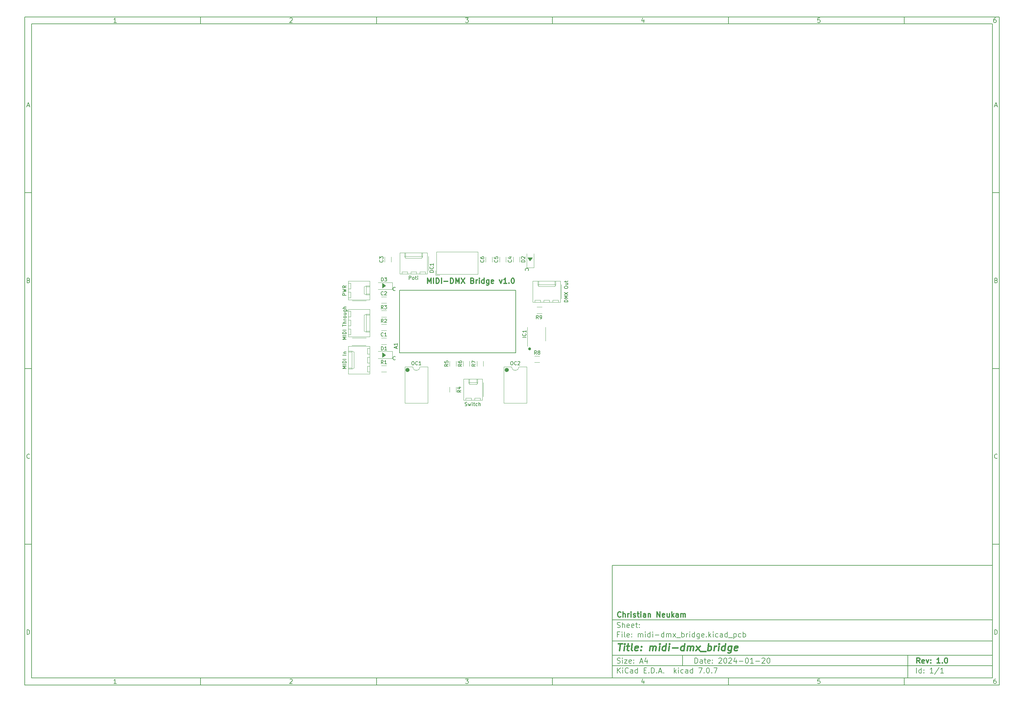
<source format=gbr>
%TF.GenerationSoftware,KiCad,Pcbnew,7.0.7*%
%TF.CreationDate,2024-01-28T22:30:17+01:00*%
%TF.ProjectId,midi-dmx_bridge,6d696469-2d64-46d7-985f-627269646765,1.0*%
%TF.SameCoordinates,PX5f5e100PY7459280*%
%TF.FileFunction,Legend,Top*%
%TF.FilePolarity,Positive*%
%FSLAX46Y46*%
G04 Gerber Fmt 4.6, Leading zero omitted, Abs format (unit mm)*
G04 Created by KiCad (PCBNEW 7.0.7) date 2024-01-28 22:30:17*
%MOMM*%
%LPD*%
G01*
G04 APERTURE LIST*
%ADD10C,0.100000*%
%ADD11C,0.150000*%
%ADD12C,0.300000*%
%ADD13C,0.400000*%
%ADD14C,0.600000*%
%ADD15C,0.200000*%
%ADD16C,0.187500*%
%ADD17C,0.120000*%
G04 APERTURE END LIST*
D10*
D11*
X77002200Y-44007200D02*
X185002200Y-44007200D01*
X185002200Y-76007200D01*
X77002200Y-76007200D01*
X77002200Y-44007200D01*
D10*
D11*
X-90000000Y112000000D02*
X187002200Y112000000D01*
X187002200Y-78007200D01*
X-90000000Y-78007200D01*
X-90000000Y112000000D01*
D10*
D11*
X-88000000Y110000000D02*
X185002200Y110000000D01*
X185002200Y-76007200D01*
X-88000000Y-76007200D01*
X-88000000Y110000000D01*
D10*
D11*
X-40000000Y110000000D02*
X-40000000Y112000000D01*
D10*
D11*
X10000000Y110000000D02*
X10000000Y112000000D01*
D10*
D11*
X60000000Y110000000D02*
X60000000Y112000000D01*
D10*
D11*
X110000000Y110000000D02*
X110000000Y112000000D01*
D10*
D11*
X160000000Y110000000D02*
X160000000Y112000000D01*
D10*
D11*
X-63910840Y110406396D02*
X-64653697Y110406396D01*
X-64282269Y110406396D02*
X-64282269Y111706396D01*
X-64282269Y111706396D02*
X-64406078Y111520681D01*
X-64406078Y111520681D02*
X-64529888Y111396872D01*
X-64529888Y111396872D02*
X-64653697Y111334967D01*
D10*
D11*
X-14653697Y111582586D02*
X-14591793Y111644491D01*
X-14591793Y111644491D02*
X-14467983Y111706396D01*
X-14467983Y111706396D02*
X-14158459Y111706396D01*
X-14158459Y111706396D02*
X-14034650Y111644491D01*
X-14034650Y111644491D02*
X-13972745Y111582586D01*
X-13972745Y111582586D02*
X-13910840Y111458777D01*
X-13910840Y111458777D02*
X-13910840Y111334967D01*
X-13910840Y111334967D02*
X-13972745Y111149253D01*
X-13972745Y111149253D02*
X-14715602Y110406396D01*
X-14715602Y110406396D02*
X-13910840Y110406396D01*
D10*
D11*
X35284398Y111706396D02*
X36089160Y111706396D01*
X36089160Y111706396D02*
X35655826Y111211158D01*
X35655826Y111211158D02*
X35841541Y111211158D01*
X35841541Y111211158D02*
X35965350Y111149253D01*
X35965350Y111149253D02*
X36027255Y111087348D01*
X36027255Y111087348D02*
X36089160Y110963539D01*
X36089160Y110963539D02*
X36089160Y110654015D01*
X36089160Y110654015D02*
X36027255Y110530205D01*
X36027255Y110530205D02*
X35965350Y110468300D01*
X35965350Y110468300D02*
X35841541Y110406396D01*
X35841541Y110406396D02*
X35470112Y110406396D01*
X35470112Y110406396D02*
X35346303Y110468300D01*
X35346303Y110468300D02*
X35284398Y110530205D01*
D10*
D11*
X85965350Y111273062D02*
X85965350Y110406396D01*
X85655826Y111768300D02*
X85346303Y110839729D01*
X85346303Y110839729D02*
X86151064Y110839729D01*
D10*
D11*
X136027255Y111706396D02*
X135408207Y111706396D01*
X135408207Y111706396D02*
X135346303Y111087348D01*
X135346303Y111087348D02*
X135408207Y111149253D01*
X135408207Y111149253D02*
X135532017Y111211158D01*
X135532017Y111211158D02*
X135841541Y111211158D01*
X135841541Y111211158D02*
X135965350Y111149253D01*
X135965350Y111149253D02*
X136027255Y111087348D01*
X136027255Y111087348D02*
X136089160Y110963539D01*
X136089160Y110963539D02*
X136089160Y110654015D01*
X136089160Y110654015D02*
X136027255Y110530205D01*
X136027255Y110530205D02*
X135965350Y110468300D01*
X135965350Y110468300D02*
X135841541Y110406396D01*
X135841541Y110406396D02*
X135532017Y110406396D01*
X135532017Y110406396D02*
X135408207Y110468300D01*
X135408207Y110468300D02*
X135346303Y110530205D01*
D10*
D11*
X185965350Y111706396D02*
X185717731Y111706396D01*
X185717731Y111706396D02*
X185593922Y111644491D01*
X185593922Y111644491D02*
X185532017Y111582586D01*
X185532017Y111582586D02*
X185408207Y111396872D01*
X185408207Y111396872D02*
X185346303Y111149253D01*
X185346303Y111149253D02*
X185346303Y110654015D01*
X185346303Y110654015D02*
X185408207Y110530205D01*
X185408207Y110530205D02*
X185470112Y110468300D01*
X185470112Y110468300D02*
X185593922Y110406396D01*
X185593922Y110406396D02*
X185841541Y110406396D01*
X185841541Y110406396D02*
X185965350Y110468300D01*
X185965350Y110468300D02*
X186027255Y110530205D01*
X186027255Y110530205D02*
X186089160Y110654015D01*
X186089160Y110654015D02*
X186089160Y110963539D01*
X186089160Y110963539D02*
X186027255Y111087348D01*
X186027255Y111087348D02*
X185965350Y111149253D01*
X185965350Y111149253D02*
X185841541Y111211158D01*
X185841541Y111211158D02*
X185593922Y111211158D01*
X185593922Y111211158D02*
X185470112Y111149253D01*
X185470112Y111149253D02*
X185408207Y111087348D01*
X185408207Y111087348D02*
X185346303Y110963539D01*
D10*
D11*
X-40000000Y-76007200D02*
X-40000000Y-78007200D01*
D10*
D11*
X10000000Y-76007200D02*
X10000000Y-78007200D01*
D10*
D11*
X60000000Y-76007200D02*
X60000000Y-78007200D01*
D10*
D11*
X110000000Y-76007200D02*
X110000000Y-78007200D01*
D10*
D11*
X160000000Y-76007200D02*
X160000000Y-78007200D01*
D10*
D11*
X-63910840Y-77600804D02*
X-64653697Y-77600804D01*
X-64282269Y-77600804D02*
X-64282269Y-76300804D01*
X-64282269Y-76300804D02*
X-64406078Y-76486519D01*
X-64406078Y-76486519D02*
X-64529888Y-76610328D01*
X-64529888Y-76610328D02*
X-64653697Y-76672233D01*
D10*
D11*
X-14653697Y-76424614D02*
X-14591793Y-76362709D01*
X-14591793Y-76362709D02*
X-14467983Y-76300804D01*
X-14467983Y-76300804D02*
X-14158459Y-76300804D01*
X-14158459Y-76300804D02*
X-14034650Y-76362709D01*
X-14034650Y-76362709D02*
X-13972745Y-76424614D01*
X-13972745Y-76424614D02*
X-13910840Y-76548423D01*
X-13910840Y-76548423D02*
X-13910840Y-76672233D01*
X-13910840Y-76672233D02*
X-13972745Y-76857947D01*
X-13972745Y-76857947D02*
X-14715602Y-77600804D01*
X-14715602Y-77600804D02*
X-13910840Y-77600804D01*
D10*
D11*
X35284398Y-76300804D02*
X36089160Y-76300804D01*
X36089160Y-76300804D02*
X35655826Y-76796042D01*
X35655826Y-76796042D02*
X35841541Y-76796042D01*
X35841541Y-76796042D02*
X35965350Y-76857947D01*
X35965350Y-76857947D02*
X36027255Y-76919852D01*
X36027255Y-76919852D02*
X36089160Y-77043661D01*
X36089160Y-77043661D02*
X36089160Y-77353185D01*
X36089160Y-77353185D02*
X36027255Y-77476995D01*
X36027255Y-77476995D02*
X35965350Y-77538900D01*
X35965350Y-77538900D02*
X35841541Y-77600804D01*
X35841541Y-77600804D02*
X35470112Y-77600804D01*
X35470112Y-77600804D02*
X35346303Y-77538900D01*
X35346303Y-77538900D02*
X35284398Y-77476995D01*
D10*
D11*
X85965350Y-76734138D02*
X85965350Y-77600804D01*
X85655826Y-76238900D02*
X85346303Y-77167471D01*
X85346303Y-77167471D02*
X86151064Y-77167471D01*
D10*
D11*
X136027255Y-76300804D02*
X135408207Y-76300804D01*
X135408207Y-76300804D02*
X135346303Y-76919852D01*
X135346303Y-76919852D02*
X135408207Y-76857947D01*
X135408207Y-76857947D02*
X135532017Y-76796042D01*
X135532017Y-76796042D02*
X135841541Y-76796042D01*
X135841541Y-76796042D02*
X135965350Y-76857947D01*
X135965350Y-76857947D02*
X136027255Y-76919852D01*
X136027255Y-76919852D02*
X136089160Y-77043661D01*
X136089160Y-77043661D02*
X136089160Y-77353185D01*
X136089160Y-77353185D02*
X136027255Y-77476995D01*
X136027255Y-77476995D02*
X135965350Y-77538900D01*
X135965350Y-77538900D02*
X135841541Y-77600804D01*
X135841541Y-77600804D02*
X135532017Y-77600804D01*
X135532017Y-77600804D02*
X135408207Y-77538900D01*
X135408207Y-77538900D02*
X135346303Y-77476995D01*
D10*
D11*
X185965350Y-76300804D02*
X185717731Y-76300804D01*
X185717731Y-76300804D02*
X185593922Y-76362709D01*
X185593922Y-76362709D02*
X185532017Y-76424614D01*
X185532017Y-76424614D02*
X185408207Y-76610328D01*
X185408207Y-76610328D02*
X185346303Y-76857947D01*
X185346303Y-76857947D02*
X185346303Y-77353185D01*
X185346303Y-77353185D02*
X185408207Y-77476995D01*
X185408207Y-77476995D02*
X185470112Y-77538900D01*
X185470112Y-77538900D02*
X185593922Y-77600804D01*
X185593922Y-77600804D02*
X185841541Y-77600804D01*
X185841541Y-77600804D02*
X185965350Y-77538900D01*
X185965350Y-77538900D02*
X186027255Y-77476995D01*
X186027255Y-77476995D02*
X186089160Y-77353185D01*
X186089160Y-77353185D02*
X186089160Y-77043661D01*
X186089160Y-77043661D02*
X186027255Y-76919852D01*
X186027255Y-76919852D02*
X185965350Y-76857947D01*
X185965350Y-76857947D02*
X185841541Y-76796042D01*
X185841541Y-76796042D02*
X185593922Y-76796042D01*
X185593922Y-76796042D02*
X185470112Y-76857947D01*
X185470112Y-76857947D02*
X185408207Y-76919852D01*
X185408207Y-76919852D02*
X185346303Y-77043661D01*
D10*
D11*
X-90000000Y62000000D02*
X-88000000Y62000000D01*
D10*
D11*
X-90000000Y12000000D02*
X-88000000Y12000000D01*
D10*
D11*
X-90000000Y-38000000D02*
X-88000000Y-38000000D01*
D10*
D11*
X-89309524Y86777824D02*
X-88690477Y86777824D01*
X-89433334Y86406396D02*
X-89000001Y87706396D01*
X-89000001Y87706396D02*
X-88566667Y86406396D01*
D10*
D11*
X-88907143Y37087348D02*
X-88721429Y37025443D01*
X-88721429Y37025443D02*
X-88659524Y36963539D01*
X-88659524Y36963539D02*
X-88597620Y36839729D01*
X-88597620Y36839729D02*
X-88597620Y36654015D01*
X-88597620Y36654015D02*
X-88659524Y36530205D01*
X-88659524Y36530205D02*
X-88721429Y36468300D01*
X-88721429Y36468300D02*
X-88845239Y36406396D01*
X-88845239Y36406396D02*
X-89340477Y36406396D01*
X-89340477Y36406396D02*
X-89340477Y37706396D01*
X-89340477Y37706396D02*
X-88907143Y37706396D01*
X-88907143Y37706396D02*
X-88783334Y37644491D01*
X-88783334Y37644491D02*
X-88721429Y37582586D01*
X-88721429Y37582586D02*
X-88659524Y37458777D01*
X-88659524Y37458777D02*
X-88659524Y37334967D01*
X-88659524Y37334967D02*
X-88721429Y37211158D01*
X-88721429Y37211158D02*
X-88783334Y37149253D01*
X-88783334Y37149253D02*
X-88907143Y37087348D01*
X-88907143Y37087348D02*
X-89340477Y37087348D01*
D10*
D11*
X-88597620Y-13469795D02*
X-88659524Y-13531700D01*
X-88659524Y-13531700D02*
X-88845239Y-13593604D01*
X-88845239Y-13593604D02*
X-88969048Y-13593604D01*
X-88969048Y-13593604D02*
X-89154762Y-13531700D01*
X-89154762Y-13531700D02*
X-89278572Y-13407890D01*
X-89278572Y-13407890D02*
X-89340477Y-13284080D01*
X-89340477Y-13284080D02*
X-89402381Y-13036461D01*
X-89402381Y-13036461D02*
X-89402381Y-12850747D01*
X-89402381Y-12850747D02*
X-89340477Y-12603128D01*
X-89340477Y-12603128D02*
X-89278572Y-12479319D01*
X-89278572Y-12479319D02*
X-89154762Y-12355509D01*
X-89154762Y-12355509D02*
X-88969048Y-12293604D01*
X-88969048Y-12293604D02*
X-88845239Y-12293604D01*
X-88845239Y-12293604D02*
X-88659524Y-12355509D01*
X-88659524Y-12355509D02*
X-88597620Y-12417414D01*
D10*
D11*
X-89340477Y-63593604D02*
X-89340477Y-62293604D01*
X-89340477Y-62293604D02*
X-89030953Y-62293604D01*
X-89030953Y-62293604D02*
X-88845239Y-62355509D01*
X-88845239Y-62355509D02*
X-88721429Y-62479319D01*
X-88721429Y-62479319D02*
X-88659524Y-62603128D01*
X-88659524Y-62603128D02*
X-88597620Y-62850747D01*
X-88597620Y-62850747D02*
X-88597620Y-63036461D01*
X-88597620Y-63036461D02*
X-88659524Y-63284080D01*
X-88659524Y-63284080D02*
X-88721429Y-63407890D01*
X-88721429Y-63407890D02*
X-88845239Y-63531700D01*
X-88845239Y-63531700D02*
X-89030953Y-63593604D01*
X-89030953Y-63593604D02*
X-89340477Y-63593604D01*
D10*
D11*
X187002200Y62000000D02*
X185002200Y62000000D01*
D10*
D11*
X187002200Y12000000D02*
X185002200Y12000000D01*
D10*
D11*
X187002200Y-38000000D02*
X185002200Y-38000000D01*
D10*
D11*
X185692676Y86777824D02*
X186311723Y86777824D01*
X185568866Y86406396D02*
X186002199Y87706396D01*
X186002199Y87706396D02*
X186435533Y86406396D01*
D10*
D11*
X186095057Y37087348D02*
X186280771Y37025443D01*
X186280771Y37025443D02*
X186342676Y36963539D01*
X186342676Y36963539D02*
X186404580Y36839729D01*
X186404580Y36839729D02*
X186404580Y36654015D01*
X186404580Y36654015D02*
X186342676Y36530205D01*
X186342676Y36530205D02*
X186280771Y36468300D01*
X186280771Y36468300D02*
X186156961Y36406396D01*
X186156961Y36406396D02*
X185661723Y36406396D01*
X185661723Y36406396D02*
X185661723Y37706396D01*
X185661723Y37706396D02*
X186095057Y37706396D01*
X186095057Y37706396D02*
X186218866Y37644491D01*
X186218866Y37644491D02*
X186280771Y37582586D01*
X186280771Y37582586D02*
X186342676Y37458777D01*
X186342676Y37458777D02*
X186342676Y37334967D01*
X186342676Y37334967D02*
X186280771Y37211158D01*
X186280771Y37211158D02*
X186218866Y37149253D01*
X186218866Y37149253D02*
X186095057Y37087348D01*
X186095057Y37087348D02*
X185661723Y37087348D01*
D10*
D11*
X186404580Y-13469795D02*
X186342676Y-13531700D01*
X186342676Y-13531700D02*
X186156961Y-13593604D01*
X186156961Y-13593604D02*
X186033152Y-13593604D01*
X186033152Y-13593604D02*
X185847438Y-13531700D01*
X185847438Y-13531700D02*
X185723628Y-13407890D01*
X185723628Y-13407890D02*
X185661723Y-13284080D01*
X185661723Y-13284080D02*
X185599819Y-13036461D01*
X185599819Y-13036461D02*
X185599819Y-12850747D01*
X185599819Y-12850747D02*
X185661723Y-12603128D01*
X185661723Y-12603128D02*
X185723628Y-12479319D01*
X185723628Y-12479319D02*
X185847438Y-12355509D01*
X185847438Y-12355509D02*
X186033152Y-12293604D01*
X186033152Y-12293604D02*
X186156961Y-12293604D01*
X186156961Y-12293604D02*
X186342676Y-12355509D01*
X186342676Y-12355509D02*
X186404580Y-12417414D01*
D10*
D11*
X185661723Y-63593604D02*
X185661723Y-62293604D01*
X185661723Y-62293604D02*
X185971247Y-62293604D01*
X185971247Y-62293604D02*
X186156961Y-62355509D01*
X186156961Y-62355509D02*
X186280771Y-62479319D01*
X186280771Y-62479319D02*
X186342676Y-62603128D01*
X186342676Y-62603128D02*
X186404580Y-62850747D01*
X186404580Y-62850747D02*
X186404580Y-63036461D01*
X186404580Y-63036461D02*
X186342676Y-63284080D01*
X186342676Y-63284080D02*
X186280771Y-63407890D01*
X186280771Y-63407890D02*
X186156961Y-63531700D01*
X186156961Y-63531700D02*
X185971247Y-63593604D01*
X185971247Y-63593604D02*
X185661723Y-63593604D01*
D10*
D11*
X100458026Y-71793328D02*
X100458026Y-70293328D01*
X100458026Y-70293328D02*
X100815169Y-70293328D01*
X100815169Y-70293328D02*
X101029455Y-70364757D01*
X101029455Y-70364757D02*
X101172312Y-70507614D01*
X101172312Y-70507614D02*
X101243741Y-70650471D01*
X101243741Y-70650471D02*
X101315169Y-70936185D01*
X101315169Y-70936185D02*
X101315169Y-71150471D01*
X101315169Y-71150471D02*
X101243741Y-71436185D01*
X101243741Y-71436185D02*
X101172312Y-71579042D01*
X101172312Y-71579042D02*
X101029455Y-71721900D01*
X101029455Y-71721900D02*
X100815169Y-71793328D01*
X100815169Y-71793328D02*
X100458026Y-71793328D01*
X102600884Y-71793328D02*
X102600884Y-71007614D01*
X102600884Y-71007614D02*
X102529455Y-70864757D01*
X102529455Y-70864757D02*
X102386598Y-70793328D01*
X102386598Y-70793328D02*
X102100884Y-70793328D01*
X102100884Y-70793328D02*
X101958026Y-70864757D01*
X102600884Y-71721900D02*
X102458026Y-71793328D01*
X102458026Y-71793328D02*
X102100884Y-71793328D01*
X102100884Y-71793328D02*
X101958026Y-71721900D01*
X101958026Y-71721900D02*
X101886598Y-71579042D01*
X101886598Y-71579042D02*
X101886598Y-71436185D01*
X101886598Y-71436185D02*
X101958026Y-71293328D01*
X101958026Y-71293328D02*
X102100884Y-71221900D01*
X102100884Y-71221900D02*
X102458026Y-71221900D01*
X102458026Y-71221900D02*
X102600884Y-71150471D01*
X103100884Y-70793328D02*
X103672312Y-70793328D01*
X103315169Y-70293328D02*
X103315169Y-71579042D01*
X103315169Y-71579042D02*
X103386598Y-71721900D01*
X103386598Y-71721900D02*
X103529455Y-71793328D01*
X103529455Y-71793328D02*
X103672312Y-71793328D01*
X104743741Y-71721900D02*
X104600884Y-71793328D01*
X104600884Y-71793328D02*
X104315170Y-71793328D01*
X104315170Y-71793328D02*
X104172312Y-71721900D01*
X104172312Y-71721900D02*
X104100884Y-71579042D01*
X104100884Y-71579042D02*
X104100884Y-71007614D01*
X104100884Y-71007614D02*
X104172312Y-70864757D01*
X104172312Y-70864757D02*
X104315170Y-70793328D01*
X104315170Y-70793328D02*
X104600884Y-70793328D01*
X104600884Y-70793328D02*
X104743741Y-70864757D01*
X104743741Y-70864757D02*
X104815170Y-71007614D01*
X104815170Y-71007614D02*
X104815170Y-71150471D01*
X104815170Y-71150471D02*
X104100884Y-71293328D01*
X105458026Y-71650471D02*
X105529455Y-71721900D01*
X105529455Y-71721900D02*
X105458026Y-71793328D01*
X105458026Y-71793328D02*
X105386598Y-71721900D01*
X105386598Y-71721900D02*
X105458026Y-71650471D01*
X105458026Y-71650471D02*
X105458026Y-71793328D01*
X105458026Y-70864757D02*
X105529455Y-70936185D01*
X105529455Y-70936185D02*
X105458026Y-71007614D01*
X105458026Y-71007614D02*
X105386598Y-70936185D01*
X105386598Y-70936185D02*
X105458026Y-70864757D01*
X105458026Y-70864757D02*
X105458026Y-71007614D01*
X107243741Y-70436185D02*
X107315169Y-70364757D01*
X107315169Y-70364757D02*
X107458027Y-70293328D01*
X107458027Y-70293328D02*
X107815169Y-70293328D01*
X107815169Y-70293328D02*
X107958027Y-70364757D01*
X107958027Y-70364757D02*
X108029455Y-70436185D01*
X108029455Y-70436185D02*
X108100884Y-70579042D01*
X108100884Y-70579042D02*
X108100884Y-70721900D01*
X108100884Y-70721900D02*
X108029455Y-70936185D01*
X108029455Y-70936185D02*
X107172312Y-71793328D01*
X107172312Y-71793328D02*
X108100884Y-71793328D01*
X109029455Y-70293328D02*
X109172312Y-70293328D01*
X109172312Y-70293328D02*
X109315169Y-70364757D01*
X109315169Y-70364757D02*
X109386598Y-70436185D01*
X109386598Y-70436185D02*
X109458026Y-70579042D01*
X109458026Y-70579042D02*
X109529455Y-70864757D01*
X109529455Y-70864757D02*
X109529455Y-71221900D01*
X109529455Y-71221900D02*
X109458026Y-71507614D01*
X109458026Y-71507614D02*
X109386598Y-71650471D01*
X109386598Y-71650471D02*
X109315169Y-71721900D01*
X109315169Y-71721900D02*
X109172312Y-71793328D01*
X109172312Y-71793328D02*
X109029455Y-71793328D01*
X109029455Y-71793328D02*
X108886598Y-71721900D01*
X108886598Y-71721900D02*
X108815169Y-71650471D01*
X108815169Y-71650471D02*
X108743740Y-71507614D01*
X108743740Y-71507614D02*
X108672312Y-71221900D01*
X108672312Y-71221900D02*
X108672312Y-70864757D01*
X108672312Y-70864757D02*
X108743740Y-70579042D01*
X108743740Y-70579042D02*
X108815169Y-70436185D01*
X108815169Y-70436185D02*
X108886598Y-70364757D01*
X108886598Y-70364757D02*
X109029455Y-70293328D01*
X110100883Y-70436185D02*
X110172311Y-70364757D01*
X110172311Y-70364757D02*
X110315169Y-70293328D01*
X110315169Y-70293328D02*
X110672311Y-70293328D01*
X110672311Y-70293328D02*
X110815169Y-70364757D01*
X110815169Y-70364757D02*
X110886597Y-70436185D01*
X110886597Y-70436185D02*
X110958026Y-70579042D01*
X110958026Y-70579042D02*
X110958026Y-70721900D01*
X110958026Y-70721900D02*
X110886597Y-70936185D01*
X110886597Y-70936185D02*
X110029454Y-71793328D01*
X110029454Y-71793328D02*
X110958026Y-71793328D01*
X112243740Y-70793328D02*
X112243740Y-71793328D01*
X111886597Y-70221900D02*
X111529454Y-71293328D01*
X111529454Y-71293328D02*
X112458025Y-71293328D01*
X113029453Y-71221900D02*
X114172311Y-71221900D01*
X115172311Y-70293328D02*
X115315168Y-70293328D01*
X115315168Y-70293328D02*
X115458025Y-70364757D01*
X115458025Y-70364757D02*
X115529454Y-70436185D01*
X115529454Y-70436185D02*
X115600882Y-70579042D01*
X115600882Y-70579042D02*
X115672311Y-70864757D01*
X115672311Y-70864757D02*
X115672311Y-71221900D01*
X115672311Y-71221900D02*
X115600882Y-71507614D01*
X115600882Y-71507614D02*
X115529454Y-71650471D01*
X115529454Y-71650471D02*
X115458025Y-71721900D01*
X115458025Y-71721900D02*
X115315168Y-71793328D01*
X115315168Y-71793328D02*
X115172311Y-71793328D01*
X115172311Y-71793328D02*
X115029454Y-71721900D01*
X115029454Y-71721900D02*
X114958025Y-71650471D01*
X114958025Y-71650471D02*
X114886596Y-71507614D01*
X114886596Y-71507614D02*
X114815168Y-71221900D01*
X114815168Y-71221900D02*
X114815168Y-70864757D01*
X114815168Y-70864757D02*
X114886596Y-70579042D01*
X114886596Y-70579042D02*
X114958025Y-70436185D01*
X114958025Y-70436185D02*
X115029454Y-70364757D01*
X115029454Y-70364757D02*
X115172311Y-70293328D01*
X117100882Y-71793328D02*
X116243739Y-71793328D01*
X116672310Y-71793328D02*
X116672310Y-70293328D01*
X116672310Y-70293328D02*
X116529453Y-70507614D01*
X116529453Y-70507614D02*
X116386596Y-70650471D01*
X116386596Y-70650471D02*
X116243739Y-70721900D01*
X117743738Y-71221900D02*
X118886596Y-71221900D01*
X119529453Y-70436185D02*
X119600881Y-70364757D01*
X119600881Y-70364757D02*
X119743739Y-70293328D01*
X119743739Y-70293328D02*
X120100881Y-70293328D01*
X120100881Y-70293328D02*
X120243739Y-70364757D01*
X120243739Y-70364757D02*
X120315167Y-70436185D01*
X120315167Y-70436185D02*
X120386596Y-70579042D01*
X120386596Y-70579042D02*
X120386596Y-70721900D01*
X120386596Y-70721900D02*
X120315167Y-70936185D01*
X120315167Y-70936185D02*
X119458024Y-71793328D01*
X119458024Y-71793328D02*
X120386596Y-71793328D01*
X121315167Y-70293328D02*
X121458024Y-70293328D01*
X121458024Y-70293328D02*
X121600881Y-70364757D01*
X121600881Y-70364757D02*
X121672310Y-70436185D01*
X121672310Y-70436185D02*
X121743738Y-70579042D01*
X121743738Y-70579042D02*
X121815167Y-70864757D01*
X121815167Y-70864757D02*
X121815167Y-71221900D01*
X121815167Y-71221900D02*
X121743738Y-71507614D01*
X121743738Y-71507614D02*
X121672310Y-71650471D01*
X121672310Y-71650471D02*
X121600881Y-71721900D01*
X121600881Y-71721900D02*
X121458024Y-71793328D01*
X121458024Y-71793328D02*
X121315167Y-71793328D01*
X121315167Y-71793328D02*
X121172310Y-71721900D01*
X121172310Y-71721900D02*
X121100881Y-71650471D01*
X121100881Y-71650471D02*
X121029452Y-71507614D01*
X121029452Y-71507614D02*
X120958024Y-71221900D01*
X120958024Y-71221900D02*
X120958024Y-70864757D01*
X120958024Y-70864757D02*
X121029452Y-70579042D01*
X121029452Y-70579042D02*
X121100881Y-70436185D01*
X121100881Y-70436185D02*
X121172310Y-70364757D01*
X121172310Y-70364757D02*
X121315167Y-70293328D01*
D10*
D11*
X77002200Y-72507200D02*
X185002200Y-72507200D01*
D10*
D11*
X78458026Y-74593328D02*
X78458026Y-73093328D01*
X79315169Y-74593328D02*
X78672312Y-73736185D01*
X79315169Y-73093328D02*
X78458026Y-73950471D01*
X79958026Y-74593328D02*
X79958026Y-73593328D01*
X79958026Y-73093328D02*
X79886598Y-73164757D01*
X79886598Y-73164757D02*
X79958026Y-73236185D01*
X79958026Y-73236185D02*
X80029455Y-73164757D01*
X80029455Y-73164757D02*
X79958026Y-73093328D01*
X79958026Y-73093328D02*
X79958026Y-73236185D01*
X81529455Y-74450471D02*
X81458027Y-74521900D01*
X81458027Y-74521900D02*
X81243741Y-74593328D01*
X81243741Y-74593328D02*
X81100884Y-74593328D01*
X81100884Y-74593328D02*
X80886598Y-74521900D01*
X80886598Y-74521900D02*
X80743741Y-74379042D01*
X80743741Y-74379042D02*
X80672312Y-74236185D01*
X80672312Y-74236185D02*
X80600884Y-73950471D01*
X80600884Y-73950471D02*
X80600884Y-73736185D01*
X80600884Y-73736185D02*
X80672312Y-73450471D01*
X80672312Y-73450471D02*
X80743741Y-73307614D01*
X80743741Y-73307614D02*
X80886598Y-73164757D01*
X80886598Y-73164757D02*
X81100884Y-73093328D01*
X81100884Y-73093328D02*
X81243741Y-73093328D01*
X81243741Y-73093328D02*
X81458027Y-73164757D01*
X81458027Y-73164757D02*
X81529455Y-73236185D01*
X82815170Y-74593328D02*
X82815170Y-73807614D01*
X82815170Y-73807614D02*
X82743741Y-73664757D01*
X82743741Y-73664757D02*
X82600884Y-73593328D01*
X82600884Y-73593328D02*
X82315170Y-73593328D01*
X82315170Y-73593328D02*
X82172312Y-73664757D01*
X82815170Y-74521900D02*
X82672312Y-74593328D01*
X82672312Y-74593328D02*
X82315170Y-74593328D01*
X82315170Y-74593328D02*
X82172312Y-74521900D01*
X82172312Y-74521900D02*
X82100884Y-74379042D01*
X82100884Y-74379042D02*
X82100884Y-74236185D01*
X82100884Y-74236185D02*
X82172312Y-74093328D01*
X82172312Y-74093328D02*
X82315170Y-74021900D01*
X82315170Y-74021900D02*
X82672312Y-74021900D01*
X82672312Y-74021900D02*
X82815170Y-73950471D01*
X84172313Y-74593328D02*
X84172313Y-73093328D01*
X84172313Y-74521900D02*
X84029455Y-74593328D01*
X84029455Y-74593328D02*
X83743741Y-74593328D01*
X83743741Y-74593328D02*
X83600884Y-74521900D01*
X83600884Y-74521900D02*
X83529455Y-74450471D01*
X83529455Y-74450471D02*
X83458027Y-74307614D01*
X83458027Y-74307614D02*
X83458027Y-73879042D01*
X83458027Y-73879042D02*
X83529455Y-73736185D01*
X83529455Y-73736185D02*
X83600884Y-73664757D01*
X83600884Y-73664757D02*
X83743741Y-73593328D01*
X83743741Y-73593328D02*
X84029455Y-73593328D01*
X84029455Y-73593328D02*
X84172313Y-73664757D01*
X86029455Y-73807614D02*
X86529455Y-73807614D01*
X86743741Y-74593328D02*
X86029455Y-74593328D01*
X86029455Y-74593328D02*
X86029455Y-73093328D01*
X86029455Y-73093328D02*
X86743741Y-73093328D01*
X87386598Y-74450471D02*
X87458027Y-74521900D01*
X87458027Y-74521900D02*
X87386598Y-74593328D01*
X87386598Y-74593328D02*
X87315170Y-74521900D01*
X87315170Y-74521900D02*
X87386598Y-74450471D01*
X87386598Y-74450471D02*
X87386598Y-74593328D01*
X88100884Y-74593328D02*
X88100884Y-73093328D01*
X88100884Y-73093328D02*
X88458027Y-73093328D01*
X88458027Y-73093328D02*
X88672313Y-73164757D01*
X88672313Y-73164757D02*
X88815170Y-73307614D01*
X88815170Y-73307614D02*
X88886599Y-73450471D01*
X88886599Y-73450471D02*
X88958027Y-73736185D01*
X88958027Y-73736185D02*
X88958027Y-73950471D01*
X88958027Y-73950471D02*
X88886599Y-74236185D01*
X88886599Y-74236185D02*
X88815170Y-74379042D01*
X88815170Y-74379042D02*
X88672313Y-74521900D01*
X88672313Y-74521900D02*
X88458027Y-74593328D01*
X88458027Y-74593328D02*
X88100884Y-74593328D01*
X89600884Y-74450471D02*
X89672313Y-74521900D01*
X89672313Y-74521900D02*
X89600884Y-74593328D01*
X89600884Y-74593328D02*
X89529456Y-74521900D01*
X89529456Y-74521900D02*
X89600884Y-74450471D01*
X89600884Y-74450471D02*
X89600884Y-74593328D01*
X90243742Y-74164757D02*
X90958028Y-74164757D01*
X90100885Y-74593328D02*
X90600885Y-73093328D01*
X90600885Y-73093328D02*
X91100885Y-74593328D01*
X91600884Y-74450471D02*
X91672313Y-74521900D01*
X91672313Y-74521900D02*
X91600884Y-74593328D01*
X91600884Y-74593328D02*
X91529456Y-74521900D01*
X91529456Y-74521900D02*
X91600884Y-74450471D01*
X91600884Y-74450471D02*
X91600884Y-74593328D01*
X94600884Y-74593328D02*
X94600884Y-73093328D01*
X94743742Y-74021900D02*
X95172313Y-74593328D01*
X95172313Y-73593328D02*
X94600884Y-74164757D01*
X95815170Y-74593328D02*
X95815170Y-73593328D01*
X95815170Y-73093328D02*
X95743742Y-73164757D01*
X95743742Y-73164757D02*
X95815170Y-73236185D01*
X95815170Y-73236185D02*
X95886599Y-73164757D01*
X95886599Y-73164757D02*
X95815170Y-73093328D01*
X95815170Y-73093328D02*
X95815170Y-73236185D01*
X97172314Y-74521900D02*
X97029456Y-74593328D01*
X97029456Y-74593328D02*
X96743742Y-74593328D01*
X96743742Y-74593328D02*
X96600885Y-74521900D01*
X96600885Y-74521900D02*
X96529456Y-74450471D01*
X96529456Y-74450471D02*
X96458028Y-74307614D01*
X96458028Y-74307614D02*
X96458028Y-73879042D01*
X96458028Y-73879042D02*
X96529456Y-73736185D01*
X96529456Y-73736185D02*
X96600885Y-73664757D01*
X96600885Y-73664757D02*
X96743742Y-73593328D01*
X96743742Y-73593328D02*
X97029456Y-73593328D01*
X97029456Y-73593328D02*
X97172314Y-73664757D01*
X98458028Y-74593328D02*
X98458028Y-73807614D01*
X98458028Y-73807614D02*
X98386599Y-73664757D01*
X98386599Y-73664757D02*
X98243742Y-73593328D01*
X98243742Y-73593328D02*
X97958028Y-73593328D01*
X97958028Y-73593328D02*
X97815170Y-73664757D01*
X98458028Y-74521900D02*
X98315170Y-74593328D01*
X98315170Y-74593328D02*
X97958028Y-74593328D01*
X97958028Y-74593328D02*
X97815170Y-74521900D01*
X97815170Y-74521900D02*
X97743742Y-74379042D01*
X97743742Y-74379042D02*
X97743742Y-74236185D01*
X97743742Y-74236185D02*
X97815170Y-74093328D01*
X97815170Y-74093328D02*
X97958028Y-74021900D01*
X97958028Y-74021900D02*
X98315170Y-74021900D01*
X98315170Y-74021900D02*
X98458028Y-73950471D01*
X99815171Y-74593328D02*
X99815171Y-73093328D01*
X99815171Y-74521900D02*
X99672313Y-74593328D01*
X99672313Y-74593328D02*
X99386599Y-74593328D01*
X99386599Y-74593328D02*
X99243742Y-74521900D01*
X99243742Y-74521900D02*
X99172313Y-74450471D01*
X99172313Y-74450471D02*
X99100885Y-74307614D01*
X99100885Y-74307614D02*
X99100885Y-73879042D01*
X99100885Y-73879042D02*
X99172313Y-73736185D01*
X99172313Y-73736185D02*
X99243742Y-73664757D01*
X99243742Y-73664757D02*
X99386599Y-73593328D01*
X99386599Y-73593328D02*
X99672313Y-73593328D01*
X99672313Y-73593328D02*
X99815171Y-73664757D01*
X101529456Y-73093328D02*
X102529456Y-73093328D01*
X102529456Y-73093328D02*
X101886599Y-74593328D01*
X103100884Y-74450471D02*
X103172313Y-74521900D01*
X103172313Y-74521900D02*
X103100884Y-74593328D01*
X103100884Y-74593328D02*
X103029456Y-74521900D01*
X103029456Y-74521900D02*
X103100884Y-74450471D01*
X103100884Y-74450471D02*
X103100884Y-74593328D01*
X104100885Y-73093328D02*
X104243742Y-73093328D01*
X104243742Y-73093328D02*
X104386599Y-73164757D01*
X104386599Y-73164757D02*
X104458028Y-73236185D01*
X104458028Y-73236185D02*
X104529456Y-73379042D01*
X104529456Y-73379042D02*
X104600885Y-73664757D01*
X104600885Y-73664757D02*
X104600885Y-74021900D01*
X104600885Y-74021900D02*
X104529456Y-74307614D01*
X104529456Y-74307614D02*
X104458028Y-74450471D01*
X104458028Y-74450471D02*
X104386599Y-74521900D01*
X104386599Y-74521900D02*
X104243742Y-74593328D01*
X104243742Y-74593328D02*
X104100885Y-74593328D01*
X104100885Y-74593328D02*
X103958028Y-74521900D01*
X103958028Y-74521900D02*
X103886599Y-74450471D01*
X103886599Y-74450471D02*
X103815170Y-74307614D01*
X103815170Y-74307614D02*
X103743742Y-74021900D01*
X103743742Y-74021900D02*
X103743742Y-73664757D01*
X103743742Y-73664757D02*
X103815170Y-73379042D01*
X103815170Y-73379042D02*
X103886599Y-73236185D01*
X103886599Y-73236185D02*
X103958028Y-73164757D01*
X103958028Y-73164757D02*
X104100885Y-73093328D01*
X105243741Y-74450471D02*
X105315170Y-74521900D01*
X105315170Y-74521900D02*
X105243741Y-74593328D01*
X105243741Y-74593328D02*
X105172313Y-74521900D01*
X105172313Y-74521900D02*
X105243741Y-74450471D01*
X105243741Y-74450471D02*
X105243741Y-74593328D01*
X105815170Y-73093328D02*
X106815170Y-73093328D01*
X106815170Y-73093328D02*
X106172313Y-74593328D01*
D10*
D11*
X77002200Y-69507200D02*
X185002200Y-69507200D01*
D10*
D12*
X164413853Y-71785528D02*
X163913853Y-71071242D01*
X163556710Y-71785528D02*
X163556710Y-70285528D01*
X163556710Y-70285528D02*
X164128139Y-70285528D01*
X164128139Y-70285528D02*
X164270996Y-70356957D01*
X164270996Y-70356957D02*
X164342425Y-70428385D01*
X164342425Y-70428385D02*
X164413853Y-70571242D01*
X164413853Y-70571242D02*
X164413853Y-70785528D01*
X164413853Y-70785528D02*
X164342425Y-70928385D01*
X164342425Y-70928385D02*
X164270996Y-70999814D01*
X164270996Y-70999814D02*
X164128139Y-71071242D01*
X164128139Y-71071242D02*
X163556710Y-71071242D01*
X165628139Y-71714100D02*
X165485282Y-71785528D01*
X165485282Y-71785528D02*
X165199568Y-71785528D01*
X165199568Y-71785528D02*
X165056710Y-71714100D01*
X165056710Y-71714100D02*
X164985282Y-71571242D01*
X164985282Y-71571242D02*
X164985282Y-70999814D01*
X164985282Y-70999814D02*
X165056710Y-70856957D01*
X165056710Y-70856957D02*
X165199568Y-70785528D01*
X165199568Y-70785528D02*
X165485282Y-70785528D01*
X165485282Y-70785528D02*
X165628139Y-70856957D01*
X165628139Y-70856957D02*
X165699568Y-70999814D01*
X165699568Y-70999814D02*
X165699568Y-71142671D01*
X165699568Y-71142671D02*
X164985282Y-71285528D01*
X166199567Y-70785528D02*
X166556710Y-71785528D01*
X166556710Y-71785528D02*
X166913853Y-70785528D01*
X167485281Y-71642671D02*
X167556710Y-71714100D01*
X167556710Y-71714100D02*
X167485281Y-71785528D01*
X167485281Y-71785528D02*
X167413853Y-71714100D01*
X167413853Y-71714100D02*
X167485281Y-71642671D01*
X167485281Y-71642671D02*
X167485281Y-71785528D01*
X167485281Y-70856957D02*
X167556710Y-70928385D01*
X167556710Y-70928385D02*
X167485281Y-70999814D01*
X167485281Y-70999814D02*
X167413853Y-70928385D01*
X167413853Y-70928385D02*
X167485281Y-70856957D01*
X167485281Y-70856957D02*
X167485281Y-70999814D01*
X170128139Y-71785528D02*
X169270996Y-71785528D01*
X169699567Y-71785528D02*
X169699567Y-70285528D01*
X169699567Y-70285528D02*
X169556710Y-70499814D01*
X169556710Y-70499814D02*
X169413853Y-70642671D01*
X169413853Y-70642671D02*
X169270996Y-70714100D01*
X170770995Y-71642671D02*
X170842424Y-71714100D01*
X170842424Y-71714100D02*
X170770995Y-71785528D01*
X170770995Y-71785528D02*
X170699567Y-71714100D01*
X170699567Y-71714100D02*
X170770995Y-71642671D01*
X170770995Y-71642671D02*
X170770995Y-71785528D01*
X171770996Y-70285528D02*
X171913853Y-70285528D01*
X171913853Y-70285528D02*
X172056710Y-70356957D01*
X172056710Y-70356957D02*
X172128139Y-70428385D01*
X172128139Y-70428385D02*
X172199567Y-70571242D01*
X172199567Y-70571242D02*
X172270996Y-70856957D01*
X172270996Y-70856957D02*
X172270996Y-71214100D01*
X172270996Y-71214100D02*
X172199567Y-71499814D01*
X172199567Y-71499814D02*
X172128139Y-71642671D01*
X172128139Y-71642671D02*
X172056710Y-71714100D01*
X172056710Y-71714100D02*
X171913853Y-71785528D01*
X171913853Y-71785528D02*
X171770996Y-71785528D01*
X171770996Y-71785528D02*
X171628139Y-71714100D01*
X171628139Y-71714100D02*
X171556710Y-71642671D01*
X171556710Y-71642671D02*
X171485281Y-71499814D01*
X171485281Y-71499814D02*
X171413853Y-71214100D01*
X171413853Y-71214100D02*
X171413853Y-70856957D01*
X171413853Y-70856957D02*
X171485281Y-70571242D01*
X171485281Y-70571242D02*
X171556710Y-70428385D01*
X171556710Y-70428385D02*
X171628139Y-70356957D01*
X171628139Y-70356957D02*
X171770996Y-70285528D01*
D10*
D11*
X78386598Y-71721900D02*
X78600884Y-71793328D01*
X78600884Y-71793328D02*
X78958026Y-71793328D01*
X78958026Y-71793328D02*
X79100884Y-71721900D01*
X79100884Y-71721900D02*
X79172312Y-71650471D01*
X79172312Y-71650471D02*
X79243741Y-71507614D01*
X79243741Y-71507614D02*
X79243741Y-71364757D01*
X79243741Y-71364757D02*
X79172312Y-71221900D01*
X79172312Y-71221900D02*
X79100884Y-71150471D01*
X79100884Y-71150471D02*
X78958026Y-71079042D01*
X78958026Y-71079042D02*
X78672312Y-71007614D01*
X78672312Y-71007614D02*
X78529455Y-70936185D01*
X78529455Y-70936185D02*
X78458026Y-70864757D01*
X78458026Y-70864757D02*
X78386598Y-70721900D01*
X78386598Y-70721900D02*
X78386598Y-70579042D01*
X78386598Y-70579042D02*
X78458026Y-70436185D01*
X78458026Y-70436185D02*
X78529455Y-70364757D01*
X78529455Y-70364757D02*
X78672312Y-70293328D01*
X78672312Y-70293328D02*
X79029455Y-70293328D01*
X79029455Y-70293328D02*
X79243741Y-70364757D01*
X79886597Y-71793328D02*
X79886597Y-70793328D01*
X79886597Y-70293328D02*
X79815169Y-70364757D01*
X79815169Y-70364757D02*
X79886597Y-70436185D01*
X79886597Y-70436185D02*
X79958026Y-70364757D01*
X79958026Y-70364757D02*
X79886597Y-70293328D01*
X79886597Y-70293328D02*
X79886597Y-70436185D01*
X80458026Y-70793328D02*
X81243741Y-70793328D01*
X81243741Y-70793328D02*
X80458026Y-71793328D01*
X80458026Y-71793328D02*
X81243741Y-71793328D01*
X82386598Y-71721900D02*
X82243741Y-71793328D01*
X82243741Y-71793328D02*
X81958027Y-71793328D01*
X81958027Y-71793328D02*
X81815169Y-71721900D01*
X81815169Y-71721900D02*
X81743741Y-71579042D01*
X81743741Y-71579042D02*
X81743741Y-71007614D01*
X81743741Y-71007614D02*
X81815169Y-70864757D01*
X81815169Y-70864757D02*
X81958027Y-70793328D01*
X81958027Y-70793328D02*
X82243741Y-70793328D01*
X82243741Y-70793328D02*
X82386598Y-70864757D01*
X82386598Y-70864757D02*
X82458027Y-71007614D01*
X82458027Y-71007614D02*
X82458027Y-71150471D01*
X82458027Y-71150471D02*
X81743741Y-71293328D01*
X83100883Y-71650471D02*
X83172312Y-71721900D01*
X83172312Y-71721900D02*
X83100883Y-71793328D01*
X83100883Y-71793328D02*
X83029455Y-71721900D01*
X83029455Y-71721900D02*
X83100883Y-71650471D01*
X83100883Y-71650471D02*
X83100883Y-71793328D01*
X83100883Y-70864757D02*
X83172312Y-70936185D01*
X83172312Y-70936185D02*
X83100883Y-71007614D01*
X83100883Y-71007614D02*
X83029455Y-70936185D01*
X83029455Y-70936185D02*
X83100883Y-70864757D01*
X83100883Y-70864757D02*
X83100883Y-71007614D01*
X84886598Y-71364757D02*
X85600884Y-71364757D01*
X84743741Y-71793328D02*
X85243741Y-70293328D01*
X85243741Y-70293328D02*
X85743741Y-71793328D01*
X86886598Y-70793328D02*
X86886598Y-71793328D01*
X86529455Y-70221900D02*
X86172312Y-71293328D01*
X86172312Y-71293328D02*
X87100883Y-71293328D01*
D10*
D11*
X163458026Y-74593328D02*
X163458026Y-73093328D01*
X164815170Y-74593328D02*
X164815170Y-73093328D01*
X164815170Y-74521900D02*
X164672312Y-74593328D01*
X164672312Y-74593328D02*
X164386598Y-74593328D01*
X164386598Y-74593328D02*
X164243741Y-74521900D01*
X164243741Y-74521900D02*
X164172312Y-74450471D01*
X164172312Y-74450471D02*
X164100884Y-74307614D01*
X164100884Y-74307614D02*
X164100884Y-73879042D01*
X164100884Y-73879042D02*
X164172312Y-73736185D01*
X164172312Y-73736185D02*
X164243741Y-73664757D01*
X164243741Y-73664757D02*
X164386598Y-73593328D01*
X164386598Y-73593328D02*
X164672312Y-73593328D01*
X164672312Y-73593328D02*
X164815170Y-73664757D01*
X165529455Y-74450471D02*
X165600884Y-74521900D01*
X165600884Y-74521900D02*
X165529455Y-74593328D01*
X165529455Y-74593328D02*
X165458027Y-74521900D01*
X165458027Y-74521900D02*
X165529455Y-74450471D01*
X165529455Y-74450471D02*
X165529455Y-74593328D01*
X165529455Y-73664757D02*
X165600884Y-73736185D01*
X165600884Y-73736185D02*
X165529455Y-73807614D01*
X165529455Y-73807614D02*
X165458027Y-73736185D01*
X165458027Y-73736185D02*
X165529455Y-73664757D01*
X165529455Y-73664757D02*
X165529455Y-73807614D01*
X168172313Y-74593328D02*
X167315170Y-74593328D01*
X167743741Y-74593328D02*
X167743741Y-73093328D01*
X167743741Y-73093328D02*
X167600884Y-73307614D01*
X167600884Y-73307614D02*
X167458027Y-73450471D01*
X167458027Y-73450471D02*
X167315170Y-73521900D01*
X169886598Y-73021900D02*
X168600884Y-74950471D01*
X171172313Y-74593328D02*
X170315170Y-74593328D01*
X170743741Y-74593328D02*
X170743741Y-73093328D01*
X170743741Y-73093328D02*
X170600884Y-73307614D01*
X170600884Y-73307614D02*
X170458027Y-73450471D01*
X170458027Y-73450471D02*
X170315170Y-73521900D01*
D10*
D11*
X77002200Y-65507200D02*
X185002200Y-65507200D01*
D10*
D13*
X78693928Y-66211638D02*
X79836785Y-66211638D01*
X79015357Y-68211638D02*
X79265357Y-66211638D01*
X80253452Y-68211638D02*
X80420119Y-66878304D01*
X80503452Y-66211638D02*
X80396309Y-66306876D01*
X80396309Y-66306876D02*
X80479643Y-66402114D01*
X80479643Y-66402114D02*
X80586786Y-66306876D01*
X80586786Y-66306876D02*
X80503452Y-66211638D01*
X80503452Y-66211638D02*
X80479643Y-66402114D01*
X81086786Y-66878304D02*
X81848690Y-66878304D01*
X81455833Y-66211638D02*
X81241548Y-67925923D01*
X81241548Y-67925923D02*
X81312976Y-68116400D01*
X81312976Y-68116400D02*
X81491548Y-68211638D01*
X81491548Y-68211638D02*
X81682024Y-68211638D01*
X82634405Y-68211638D02*
X82455833Y-68116400D01*
X82455833Y-68116400D02*
X82384405Y-67925923D01*
X82384405Y-67925923D02*
X82598690Y-66211638D01*
X84170119Y-68116400D02*
X83967738Y-68211638D01*
X83967738Y-68211638D02*
X83586785Y-68211638D01*
X83586785Y-68211638D02*
X83408214Y-68116400D01*
X83408214Y-68116400D02*
X83336785Y-67925923D01*
X83336785Y-67925923D02*
X83432024Y-67164019D01*
X83432024Y-67164019D02*
X83551071Y-66973542D01*
X83551071Y-66973542D02*
X83753452Y-66878304D01*
X83753452Y-66878304D02*
X84134404Y-66878304D01*
X84134404Y-66878304D02*
X84312976Y-66973542D01*
X84312976Y-66973542D02*
X84384404Y-67164019D01*
X84384404Y-67164019D02*
X84360595Y-67354495D01*
X84360595Y-67354495D02*
X83384404Y-67544971D01*
X85134405Y-68021161D02*
X85217738Y-68116400D01*
X85217738Y-68116400D02*
X85110595Y-68211638D01*
X85110595Y-68211638D02*
X85027262Y-68116400D01*
X85027262Y-68116400D02*
X85134405Y-68021161D01*
X85134405Y-68021161D02*
X85110595Y-68211638D01*
X85265357Y-66973542D02*
X85348690Y-67068780D01*
X85348690Y-67068780D02*
X85241548Y-67164019D01*
X85241548Y-67164019D02*
X85158214Y-67068780D01*
X85158214Y-67068780D02*
X85265357Y-66973542D01*
X85265357Y-66973542D02*
X85241548Y-67164019D01*
X87586786Y-68211638D02*
X87753453Y-66878304D01*
X87729643Y-67068780D02*
X87836786Y-66973542D01*
X87836786Y-66973542D02*
X88039167Y-66878304D01*
X88039167Y-66878304D02*
X88324881Y-66878304D01*
X88324881Y-66878304D02*
X88503453Y-66973542D01*
X88503453Y-66973542D02*
X88574881Y-67164019D01*
X88574881Y-67164019D02*
X88443929Y-68211638D01*
X88574881Y-67164019D02*
X88693929Y-66973542D01*
X88693929Y-66973542D02*
X88896310Y-66878304D01*
X88896310Y-66878304D02*
X89182024Y-66878304D01*
X89182024Y-66878304D02*
X89360596Y-66973542D01*
X89360596Y-66973542D02*
X89432024Y-67164019D01*
X89432024Y-67164019D02*
X89301072Y-68211638D01*
X90253453Y-68211638D02*
X90420120Y-66878304D01*
X90503453Y-66211638D02*
X90396310Y-66306876D01*
X90396310Y-66306876D02*
X90479644Y-66402114D01*
X90479644Y-66402114D02*
X90586787Y-66306876D01*
X90586787Y-66306876D02*
X90503453Y-66211638D01*
X90503453Y-66211638D02*
X90479644Y-66402114D01*
X92062977Y-68211638D02*
X92312977Y-66211638D01*
X92074882Y-68116400D02*
X91872501Y-68211638D01*
X91872501Y-68211638D02*
X91491549Y-68211638D01*
X91491549Y-68211638D02*
X91312977Y-68116400D01*
X91312977Y-68116400D02*
X91229644Y-68021161D01*
X91229644Y-68021161D02*
X91158215Y-67830685D01*
X91158215Y-67830685D02*
X91229644Y-67259257D01*
X91229644Y-67259257D02*
X91348691Y-67068780D01*
X91348691Y-67068780D02*
X91455834Y-66973542D01*
X91455834Y-66973542D02*
X91658215Y-66878304D01*
X91658215Y-66878304D02*
X92039168Y-66878304D01*
X92039168Y-66878304D02*
X92217739Y-66973542D01*
X93015358Y-68211638D02*
X93182025Y-66878304D01*
X93265358Y-66211638D02*
X93158215Y-66306876D01*
X93158215Y-66306876D02*
X93241549Y-66402114D01*
X93241549Y-66402114D02*
X93348692Y-66306876D01*
X93348692Y-66306876D02*
X93265358Y-66211638D01*
X93265358Y-66211638D02*
X93241549Y-66402114D01*
X94062977Y-67449733D02*
X95586787Y-67449733D01*
X97301072Y-68211638D02*
X97551072Y-66211638D01*
X97312977Y-68116400D02*
X97110596Y-68211638D01*
X97110596Y-68211638D02*
X96729644Y-68211638D01*
X96729644Y-68211638D02*
X96551072Y-68116400D01*
X96551072Y-68116400D02*
X96467739Y-68021161D01*
X96467739Y-68021161D02*
X96396310Y-67830685D01*
X96396310Y-67830685D02*
X96467739Y-67259257D01*
X96467739Y-67259257D02*
X96586786Y-67068780D01*
X96586786Y-67068780D02*
X96693929Y-66973542D01*
X96693929Y-66973542D02*
X96896310Y-66878304D01*
X96896310Y-66878304D02*
X97277263Y-66878304D01*
X97277263Y-66878304D02*
X97455834Y-66973542D01*
X98253453Y-68211638D02*
X98420120Y-66878304D01*
X98396310Y-67068780D02*
X98503453Y-66973542D01*
X98503453Y-66973542D02*
X98705834Y-66878304D01*
X98705834Y-66878304D02*
X98991548Y-66878304D01*
X98991548Y-66878304D02*
X99170120Y-66973542D01*
X99170120Y-66973542D02*
X99241548Y-67164019D01*
X99241548Y-67164019D02*
X99110596Y-68211638D01*
X99241548Y-67164019D02*
X99360596Y-66973542D01*
X99360596Y-66973542D02*
X99562977Y-66878304D01*
X99562977Y-66878304D02*
X99848691Y-66878304D01*
X99848691Y-66878304D02*
X100027263Y-66973542D01*
X100027263Y-66973542D02*
X100098691Y-67164019D01*
X100098691Y-67164019D02*
X99967739Y-68211638D01*
X100729644Y-68211638D02*
X101943930Y-66878304D01*
X100896311Y-66878304D02*
X101777263Y-68211638D01*
X102039168Y-68402114D02*
X103562978Y-68402114D01*
X104062978Y-68211638D02*
X104312978Y-66211638D01*
X104217740Y-66973542D02*
X104420121Y-66878304D01*
X104420121Y-66878304D02*
X104801073Y-66878304D01*
X104801073Y-66878304D02*
X104979645Y-66973542D01*
X104979645Y-66973542D02*
X105062978Y-67068780D01*
X105062978Y-67068780D02*
X105134407Y-67259257D01*
X105134407Y-67259257D02*
X105062978Y-67830685D01*
X105062978Y-67830685D02*
X104943931Y-68021161D01*
X104943931Y-68021161D02*
X104836788Y-68116400D01*
X104836788Y-68116400D02*
X104634407Y-68211638D01*
X104634407Y-68211638D02*
X104253454Y-68211638D01*
X104253454Y-68211638D02*
X104074883Y-68116400D01*
X105872502Y-68211638D02*
X106039169Y-66878304D01*
X105991550Y-67259257D02*
X106110597Y-67068780D01*
X106110597Y-67068780D02*
X106217740Y-66973542D01*
X106217740Y-66973542D02*
X106420121Y-66878304D01*
X106420121Y-66878304D02*
X106610597Y-66878304D01*
X107110597Y-68211638D02*
X107277264Y-66878304D01*
X107360597Y-66211638D02*
X107253454Y-66306876D01*
X107253454Y-66306876D02*
X107336788Y-66402114D01*
X107336788Y-66402114D02*
X107443931Y-66306876D01*
X107443931Y-66306876D02*
X107360597Y-66211638D01*
X107360597Y-66211638D02*
X107336788Y-66402114D01*
X108920121Y-68211638D02*
X109170121Y-66211638D01*
X108932026Y-68116400D02*
X108729645Y-68211638D01*
X108729645Y-68211638D02*
X108348693Y-68211638D01*
X108348693Y-68211638D02*
X108170121Y-68116400D01*
X108170121Y-68116400D02*
X108086788Y-68021161D01*
X108086788Y-68021161D02*
X108015359Y-67830685D01*
X108015359Y-67830685D02*
X108086788Y-67259257D01*
X108086788Y-67259257D02*
X108205835Y-67068780D01*
X108205835Y-67068780D02*
X108312978Y-66973542D01*
X108312978Y-66973542D02*
X108515359Y-66878304D01*
X108515359Y-66878304D02*
X108896312Y-66878304D01*
X108896312Y-66878304D02*
X109074883Y-66973542D01*
X110896312Y-66878304D02*
X110693931Y-68497352D01*
X110693931Y-68497352D02*
X110574883Y-68687828D01*
X110574883Y-68687828D02*
X110467740Y-68783066D01*
X110467740Y-68783066D02*
X110265359Y-68878304D01*
X110265359Y-68878304D02*
X109979645Y-68878304D01*
X109979645Y-68878304D02*
X109801074Y-68783066D01*
X110741550Y-68116400D02*
X110539169Y-68211638D01*
X110539169Y-68211638D02*
X110158217Y-68211638D01*
X110158217Y-68211638D02*
X109979645Y-68116400D01*
X109979645Y-68116400D02*
X109896312Y-68021161D01*
X109896312Y-68021161D02*
X109824883Y-67830685D01*
X109824883Y-67830685D02*
X109896312Y-67259257D01*
X109896312Y-67259257D02*
X110015359Y-67068780D01*
X110015359Y-67068780D02*
X110122502Y-66973542D01*
X110122502Y-66973542D02*
X110324883Y-66878304D01*
X110324883Y-66878304D02*
X110705836Y-66878304D01*
X110705836Y-66878304D02*
X110884407Y-66973542D01*
X112455836Y-68116400D02*
X112253455Y-68211638D01*
X112253455Y-68211638D02*
X111872502Y-68211638D01*
X111872502Y-68211638D02*
X111693931Y-68116400D01*
X111693931Y-68116400D02*
X111622502Y-67925923D01*
X111622502Y-67925923D02*
X111717741Y-67164019D01*
X111717741Y-67164019D02*
X111836788Y-66973542D01*
X111836788Y-66973542D02*
X112039169Y-66878304D01*
X112039169Y-66878304D02*
X112420121Y-66878304D01*
X112420121Y-66878304D02*
X112598693Y-66973542D01*
X112598693Y-66973542D02*
X112670121Y-67164019D01*
X112670121Y-67164019D02*
X112646312Y-67354495D01*
X112646312Y-67354495D02*
X111670121Y-67544971D01*
D10*
D11*
X78958026Y-63607614D02*
X78458026Y-63607614D01*
X78458026Y-64393328D02*
X78458026Y-62893328D01*
X78458026Y-62893328D02*
X79172312Y-62893328D01*
X79743740Y-64393328D02*
X79743740Y-63393328D01*
X79743740Y-62893328D02*
X79672312Y-62964757D01*
X79672312Y-62964757D02*
X79743740Y-63036185D01*
X79743740Y-63036185D02*
X79815169Y-62964757D01*
X79815169Y-62964757D02*
X79743740Y-62893328D01*
X79743740Y-62893328D02*
X79743740Y-63036185D01*
X80672312Y-64393328D02*
X80529455Y-64321900D01*
X80529455Y-64321900D02*
X80458026Y-64179042D01*
X80458026Y-64179042D02*
X80458026Y-62893328D01*
X81815169Y-64321900D02*
X81672312Y-64393328D01*
X81672312Y-64393328D02*
X81386598Y-64393328D01*
X81386598Y-64393328D02*
X81243740Y-64321900D01*
X81243740Y-64321900D02*
X81172312Y-64179042D01*
X81172312Y-64179042D02*
X81172312Y-63607614D01*
X81172312Y-63607614D02*
X81243740Y-63464757D01*
X81243740Y-63464757D02*
X81386598Y-63393328D01*
X81386598Y-63393328D02*
X81672312Y-63393328D01*
X81672312Y-63393328D02*
X81815169Y-63464757D01*
X81815169Y-63464757D02*
X81886598Y-63607614D01*
X81886598Y-63607614D02*
X81886598Y-63750471D01*
X81886598Y-63750471D02*
X81172312Y-63893328D01*
X82529454Y-64250471D02*
X82600883Y-64321900D01*
X82600883Y-64321900D02*
X82529454Y-64393328D01*
X82529454Y-64393328D02*
X82458026Y-64321900D01*
X82458026Y-64321900D02*
X82529454Y-64250471D01*
X82529454Y-64250471D02*
X82529454Y-64393328D01*
X82529454Y-63464757D02*
X82600883Y-63536185D01*
X82600883Y-63536185D02*
X82529454Y-63607614D01*
X82529454Y-63607614D02*
X82458026Y-63536185D01*
X82458026Y-63536185D02*
X82529454Y-63464757D01*
X82529454Y-63464757D02*
X82529454Y-63607614D01*
X84386597Y-64393328D02*
X84386597Y-63393328D01*
X84386597Y-63536185D02*
X84458026Y-63464757D01*
X84458026Y-63464757D02*
X84600883Y-63393328D01*
X84600883Y-63393328D02*
X84815169Y-63393328D01*
X84815169Y-63393328D02*
X84958026Y-63464757D01*
X84958026Y-63464757D02*
X85029455Y-63607614D01*
X85029455Y-63607614D02*
X85029455Y-64393328D01*
X85029455Y-63607614D02*
X85100883Y-63464757D01*
X85100883Y-63464757D02*
X85243740Y-63393328D01*
X85243740Y-63393328D02*
X85458026Y-63393328D01*
X85458026Y-63393328D02*
X85600883Y-63464757D01*
X85600883Y-63464757D02*
X85672312Y-63607614D01*
X85672312Y-63607614D02*
X85672312Y-64393328D01*
X86386597Y-64393328D02*
X86386597Y-63393328D01*
X86386597Y-62893328D02*
X86315169Y-62964757D01*
X86315169Y-62964757D02*
X86386597Y-63036185D01*
X86386597Y-63036185D02*
X86458026Y-62964757D01*
X86458026Y-62964757D02*
X86386597Y-62893328D01*
X86386597Y-62893328D02*
X86386597Y-63036185D01*
X87743741Y-64393328D02*
X87743741Y-62893328D01*
X87743741Y-64321900D02*
X87600883Y-64393328D01*
X87600883Y-64393328D02*
X87315169Y-64393328D01*
X87315169Y-64393328D02*
X87172312Y-64321900D01*
X87172312Y-64321900D02*
X87100883Y-64250471D01*
X87100883Y-64250471D02*
X87029455Y-64107614D01*
X87029455Y-64107614D02*
X87029455Y-63679042D01*
X87029455Y-63679042D02*
X87100883Y-63536185D01*
X87100883Y-63536185D02*
X87172312Y-63464757D01*
X87172312Y-63464757D02*
X87315169Y-63393328D01*
X87315169Y-63393328D02*
X87600883Y-63393328D01*
X87600883Y-63393328D02*
X87743741Y-63464757D01*
X88458026Y-64393328D02*
X88458026Y-63393328D01*
X88458026Y-62893328D02*
X88386598Y-62964757D01*
X88386598Y-62964757D02*
X88458026Y-63036185D01*
X88458026Y-63036185D02*
X88529455Y-62964757D01*
X88529455Y-62964757D02*
X88458026Y-62893328D01*
X88458026Y-62893328D02*
X88458026Y-63036185D01*
X89172312Y-63821900D02*
X90315170Y-63821900D01*
X91672313Y-64393328D02*
X91672313Y-62893328D01*
X91672313Y-64321900D02*
X91529455Y-64393328D01*
X91529455Y-64393328D02*
X91243741Y-64393328D01*
X91243741Y-64393328D02*
X91100884Y-64321900D01*
X91100884Y-64321900D02*
X91029455Y-64250471D01*
X91029455Y-64250471D02*
X90958027Y-64107614D01*
X90958027Y-64107614D02*
X90958027Y-63679042D01*
X90958027Y-63679042D02*
X91029455Y-63536185D01*
X91029455Y-63536185D02*
X91100884Y-63464757D01*
X91100884Y-63464757D02*
X91243741Y-63393328D01*
X91243741Y-63393328D02*
X91529455Y-63393328D01*
X91529455Y-63393328D02*
X91672313Y-63464757D01*
X92386598Y-64393328D02*
X92386598Y-63393328D01*
X92386598Y-63536185D02*
X92458027Y-63464757D01*
X92458027Y-63464757D02*
X92600884Y-63393328D01*
X92600884Y-63393328D02*
X92815170Y-63393328D01*
X92815170Y-63393328D02*
X92958027Y-63464757D01*
X92958027Y-63464757D02*
X93029456Y-63607614D01*
X93029456Y-63607614D02*
X93029456Y-64393328D01*
X93029456Y-63607614D02*
X93100884Y-63464757D01*
X93100884Y-63464757D02*
X93243741Y-63393328D01*
X93243741Y-63393328D02*
X93458027Y-63393328D01*
X93458027Y-63393328D02*
X93600884Y-63464757D01*
X93600884Y-63464757D02*
X93672313Y-63607614D01*
X93672313Y-63607614D02*
X93672313Y-64393328D01*
X94243741Y-64393328D02*
X95029456Y-63393328D01*
X94243741Y-63393328D02*
X95029456Y-64393328D01*
X95243742Y-64536185D02*
X96386599Y-64536185D01*
X96743741Y-64393328D02*
X96743741Y-62893328D01*
X96743741Y-63464757D02*
X96886599Y-63393328D01*
X96886599Y-63393328D02*
X97172313Y-63393328D01*
X97172313Y-63393328D02*
X97315170Y-63464757D01*
X97315170Y-63464757D02*
X97386599Y-63536185D01*
X97386599Y-63536185D02*
X97458027Y-63679042D01*
X97458027Y-63679042D02*
X97458027Y-64107614D01*
X97458027Y-64107614D02*
X97386599Y-64250471D01*
X97386599Y-64250471D02*
X97315170Y-64321900D01*
X97315170Y-64321900D02*
X97172313Y-64393328D01*
X97172313Y-64393328D02*
X96886599Y-64393328D01*
X96886599Y-64393328D02*
X96743741Y-64321900D01*
X98100884Y-64393328D02*
X98100884Y-63393328D01*
X98100884Y-63679042D02*
X98172313Y-63536185D01*
X98172313Y-63536185D02*
X98243742Y-63464757D01*
X98243742Y-63464757D02*
X98386599Y-63393328D01*
X98386599Y-63393328D02*
X98529456Y-63393328D01*
X99029455Y-64393328D02*
X99029455Y-63393328D01*
X99029455Y-62893328D02*
X98958027Y-62964757D01*
X98958027Y-62964757D02*
X99029455Y-63036185D01*
X99029455Y-63036185D02*
X99100884Y-62964757D01*
X99100884Y-62964757D02*
X99029455Y-62893328D01*
X99029455Y-62893328D02*
X99029455Y-63036185D01*
X100386599Y-64393328D02*
X100386599Y-62893328D01*
X100386599Y-64321900D02*
X100243741Y-64393328D01*
X100243741Y-64393328D02*
X99958027Y-64393328D01*
X99958027Y-64393328D02*
X99815170Y-64321900D01*
X99815170Y-64321900D02*
X99743741Y-64250471D01*
X99743741Y-64250471D02*
X99672313Y-64107614D01*
X99672313Y-64107614D02*
X99672313Y-63679042D01*
X99672313Y-63679042D02*
X99743741Y-63536185D01*
X99743741Y-63536185D02*
X99815170Y-63464757D01*
X99815170Y-63464757D02*
X99958027Y-63393328D01*
X99958027Y-63393328D02*
X100243741Y-63393328D01*
X100243741Y-63393328D02*
X100386599Y-63464757D01*
X101743742Y-63393328D02*
X101743742Y-64607614D01*
X101743742Y-64607614D02*
X101672313Y-64750471D01*
X101672313Y-64750471D02*
X101600884Y-64821900D01*
X101600884Y-64821900D02*
X101458027Y-64893328D01*
X101458027Y-64893328D02*
X101243742Y-64893328D01*
X101243742Y-64893328D02*
X101100884Y-64821900D01*
X101743742Y-64321900D02*
X101600884Y-64393328D01*
X101600884Y-64393328D02*
X101315170Y-64393328D01*
X101315170Y-64393328D02*
X101172313Y-64321900D01*
X101172313Y-64321900D02*
X101100884Y-64250471D01*
X101100884Y-64250471D02*
X101029456Y-64107614D01*
X101029456Y-64107614D02*
X101029456Y-63679042D01*
X101029456Y-63679042D02*
X101100884Y-63536185D01*
X101100884Y-63536185D02*
X101172313Y-63464757D01*
X101172313Y-63464757D02*
X101315170Y-63393328D01*
X101315170Y-63393328D02*
X101600884Y-63393328D01*
X101600884Y-63393328D02*
X101743742Y-63464757D01*
X103029456Y-64321900D02*
X102886599Y-64393328D01*
X102886599Y-64393328D02*
X102600885Y-64393328D01*
X102600885Y-64393328D02*
X102458027Y-64321900D01*
X102458027Y-64321900D02*
X102386599Y-64179042D01*
X102386599Y-64179042D02*
X102386599Y-63607614D01*
X102386599Y-63607614D02*
X102458027Y-63464757D01*
X102458027Y-63464757D02*
X102600885Y-63393328D01*
X102600885Y-63393328D02*
X102886599Y-63393328D01*
X102886599Y-63393328D02*
X103029456Y-63464757D01*
X103029456Y-63464757D02*
X103100885Y-63607614D01*
X103100885Y-63607614D02*
X103100885Y-63750471D01*
X103100885Y-63750471D02*
X102386599Y-63893328D01*
X103743741Y-64250471D02*
X103815170Y-64321900D01*
X103815170Y-64321900D02*
X103743741Y-64393328D01*
X103743741Y-64393328D02*
X103672313Y-64321900D01*
X103672313Y-64321900D02*
X103743741Y-64250471D01*
X103743741Y-64250471D02*
X103743741Y-64393328D01*
X104458027Y-64393328D02*
X104458027Y-62893328D01*
X104600885Y-63821900D02*
X105029456Y-64393328D01*
X105029456Y-63393328D02*
X104458027Y-63964757D01*
X105672313Y-64393328D02*
X105672313Y-63393328D01*
X105672313Y-62893328D02*
X105600885Y-62964757D01*
X105600885Y-62964757D02*
X105672313Y-63036185D01*
X105672313Y-63036185D02*
X105743742Y-62964757D01*
X105743742Y-62964757D02*
X105672313Y-62893328D01*
X105672313Y-62893328D02*
X105672313Y-63036185D01*
X107029457Y-64321900D02*
X106886599Y-64393328D01*
X106886599Y-64393328D02*
X106600885Y-64393328D01*
X106600885Y-64393328D02*
X106458028Y-64321900D01*
X106458028Y-64321900D02*
X106386599Y-64250471D01*
X106386599Y-64250471D02*
X106315171Y-64107614D01*
X106315171Y-64107614D02*
X106315171Y-63679042D01*
X106315171Y-63679042D02*
X106386599Y-63536185D01*
X106386599Y-63536185D02*
X106458028Y-63464757D01*
X106458028Y-63464757D02*
X106600885Y-63393328D01*
X106600885Y-63393328D02*
X106886599Y-63393328D01*
X106886599Y-63393328D02*
X107029457Y-63464757D01*
X108315171Y-64393328D02*
X108315171Y-63607614D01*
X108315171Y-63607614D02*
X108243742Y-63464757D01*
X108243742Y-63464757D02*
X108100885Y-63393328D01*
X108100885Y-63393328D02*
X107815171Y-63393328D01*
X107815171Y-63393328D02*
X107672313Y-63464757D01*
X108315171Y-64321900D02*
X108172313Y-64393328D01*
X108172313Y-64393328D02*
X107815171Y-64393328D01*
X107815171Y-64393328D02*
X107672313Y-64321900D01*
X107672313Y-64321900D02*
X107600885Y-64179042D01*
X107600885Y-64179042D02*
X107600885Y-64036185D01*
X107600885Y-64036185D02*
X107672313Y-63893328D01*
X107672313Y-63893328D02*
X107815171Y-63821900D01*
X107815171Y-63821900D02*
X108172313Y-63821900D01*
X108172313Y-63821900D02*
X108315171Y-63750471D01*
X109672314Y-64393328D02*
X109672314Y-62893328D01*
X109672314Y-64321900D02*
X109529456Y-64393328D01*
X109529456Y-64393328D02*
X109243742Y-64393328D01*
X109243742Y-64393328D02*
X109100885Y-64321900D01*
X109100885Y-64321900D02*
X109029456Y-64250471D01*
X109029456Y-64250471D02*
X108958028Y-64107614D01*
X108958028Y-64107614D02*
X108958028Y-63679042D01*
X108958028Y-63679042D02*
X109029456Y-63536185D01*
X109029456Y-63536185D02*
X109100885Y-63464757D01*
X109100885Y-63464757D02*
X109243742Y-63393328D01*
X109243742Y-63393328D02*
X109529456Y-63393328D01*
X109529456Y-63393328D02*
X109672314Y-63464757D01*
X110029457Y-64536185D02*
X111172314Y-64536185D01*
X111529456Y-63393328D02*
X111529456Y-64893328D01*
X111529456Y-63464757D02*
X111672314Y-63393328D01*
X111672314Y-63393328D02*
X111958028Y-63393328D01*
X111958028Y-63393328D02*
X112100885Y-63464757D01*
X112100885Y-63464757D02*
X112172314Y-63536185D01*
X112172314Y-63536185D02*
X112243742Y-63679042D01*
X112243742Y-63679042D02*
X112243742Y-64107614D01*
X112243742Y-64107614D02*
X112172314Y-64250471D01*
X112172314Y-64250471D02*
X112100885Y-64321900D01*
X112100885Y-64321900D02*
X111958028Y-64393328D01*
X111958028Y-64393328D02*
X111672314Y-64393328D01*
X111672314Y-64393328D02*
X111529456Y-64321900D01*
X113529457Y-64321900D02*
X113386599Y-64393328D01*
X113386599Y-64393328D02*
X113100885Y-64393328D01*
X113100885Y-64393328D02*
X112958028Y-64321900D01*
X112958028Y-64321900D02*
X112886599Y-64250471D01*
X112886599Y-64250471D02*
X112815171Y-64107614D01*
X112815171Y-64107614D02*
X112815171Y-63679042D01*
X112815171Y-63679042D02*
X112886599Y-63536185D01*
X112886599Y-63536185D02*
X112958028Y-63464757D01*
X112958028Y-63464757D02*
X113100885Y-63393328D01*
X113100885Y-63393328D02*
X113386599Y-63393328D01*
X113386599Y-63393328D02*
X113529457Y-63464757D01*
X114172313Y-64393328D02*
X114172313Y-62893328D01*
X114172313Y-63464757D02*
X114315171Y-63393328D01*
X114315171Y-63393328D02*
X114600885Y-63393328D01*
X114600885Y-63393328D02*
X114743742Y-63464757D01*
X114743742Y-63464757D02*
X114815171Y-63536185D01*
X114815171Y-63536185D02*
X114886599Y-63679042D01*
X114886599Y-63679042D02*
X114886599Y-64107614D01*
X114886599Y-64107614D02*
X114815171Y-64250471D01*
X114815171Y-64250471D02*
X114743742Y-64321900D01*
X114743742Y-64321900D02*
X114600885Y-64393328D01*
X114600885Y-64393328D02*
X114315171Y-64393328D01*
X114315171Y-64393328D02*
X114172313Y-64321900D01*
D10*
D11*
X77002200Y-59507200D02*
X185002200Y-59507200D01*
D10*
D11*
X78386598Y-61621900D02*
X78600884Y-61693328D01*
X78600884Y-61693328D02*
X78958026Y-61693328D01*
X78958026Y-61693328D02*
X79100884Y-61621900D01*
X79100884Y-61621900D02*
X79172312Y-61550471D01*
X79172312Y-61550471D02*
X79243741Y-61407614D01*
X79243741Y-61407614D02*
X79243741Y-61264757D01*
X79243741Y-61264757D02*
X79172312Y-61121900D01*
X79172312Y-61121900D02*
X79100884Y-61050471D01*
X79100884Y-61050471D02*
X78958026Y-60979042D01*
X78958026Y-60979042D02*
X78672312Y-60907614D01*
X78672312Y-60907614D02*
X78529455Y-60836185D01*
X78529455Y-60836185D02*
X78458026Y-60764757D01*
X78458026Y-60764757D02*
X78386598Y-60621900D01*
X78386598Y-60621900D02*
X78386598Y-60479042D01*
X78386598Y-60479042D02*
X78458026Y-60336185D01*
X78458026Y-60336185D02*
X78529455Y-60264757D01*
X78529455Y-60264757D02*
X78672312Y-60193328D01*
X78672312Y-60193328D02*
X79029455Y-60193328D01*
X79029455Y-60193328D02*
X79243741Y-60264757D01*
X79886597Y-61693328D02*
X79886597Y-60193328D01*
X80529455Y-61693328D02*
X80529455Y-60907614D01*
X80529455Y-60907614D02*
X80458026Y-60764757D01*
X80458026Y-60764757D02*
X80315169Y-60693328D01*
X80315169Y-60693328D02*
X80100883Y-60693328D01*
X80100883Y-60693328D02*
X79958026Y-60764757D01*
X79958026Y-60764757D02*
X79886597Y-60836185D01*
X81815169Y-61621900D02*
X81672312Y-61693328D01*
X81672312Y-61693328D02*
X81386598Y-61693328D01*
X81386598Y-61693328D02*
X81243740Y-61621900D01*
X81243740Y-61621900D02*
X81172312Y-61479042D01*
X81172312Y-61479042D02*
X81172312Y-60907614D01*
X81172312Y-60907614D02*
X81243740Y-60764757D01*
X81243740Y-60764757D02*
X81386598Y-60693328D01*
X81386598Y-60693328D02*
X81672312Y-60693328D01*
X81672312Y-60693328D02*
X81815169Y-60764757D01*
X81815169Y-60764757D02*
X81886598Y-60907614D01*
X81886598Y-60907614D02*
X81886598Y-61050471D01*
X81886598Y-61050471D02*
X81172312Y-61193328D01*
X83100883Y-61621900D02*
X82958026Y-61693328D01*
X82958026Y-61693328D02*
X82672312Y-61693328D01*
X82672312Y-61693328D02*
X82529454Y-61621900D01*
X82529454Y-61621900D02*
X82458026Y-61479042D01*
X82458026Y-61479042D02*
X82458026Y-60907614D01*
X82458026Y-60907614D02*
X82529454Y-60764757D01*
X82529454Y-60764757D02*
X82672312Y-60693328D01*
X82672312Y-60693328D02*
X82958026Y-60693328D01*
X82958026Y-60693328D02*
X83100883Y-60764757D01*
X83100883Y-60764757D02*
X83172312Y-60907614D01*
X83172312Y-60907614D02*
X83172312Y-61050471D01*
X83172312Y-61050471D02*
X82458026Y-61193328D01*
X83600883Y-60693328D02*
X84172311Y-60693328D01*
X83815168Y-60193328D02*
X83815168Y-61479042D01*
X83815168Y-61479042D02*
X83886597Y-61621900D01*
X83886597Y-61621900D02*
X84029454Y-61693328D01*
X84029454Y-61693328D02*
X84172311Y-61693328D01*
X84672311Y-61550471D02*
X84743740Y-61621900D01*
X84743740Y-61621900D02*
X84672311Y-61693328D01*
X84672311Y-61693328D02*
X84600883Y-61621900D01*
X84600883Y-61621900D02*
X84672311Y-61550471D01*
X84672311Y-61550471D02*
X84672311Y-61693328D01*
X84672311Y-60764757D02*
X84743740Y-60836185D01*
X84743740Y-60836185D02*
X84672311Y-60907614D01*
X84672311Y-60907614D02*
X84600883Y-60836185D01*
X84600883Y-60836185D02*
X84672311Y-60764757D01*
X84672311Y-60764757D02*
X84672311Y-60907614D01*
D10*
D12*
X79413853Y-58542671D02*
X79342425Y-58614100D01*
X79342425Y-58614100D02*
X79128139Y-58685528D01*
X79128139Y-58685528D02*
X78985282Y-58685528D01*
X78985282Y-58685528D02*
X78770996Y-58614100D01*
X78770996Y-58614100D02*
X78628139Y-58471242D01*
X78628139Y-58471242D02*
X78556710Y-58328385D01*
X78556710Y-58328385D02*
X78485282Y-58042671D01*
X78485282Y-58042671D02*
X78485282Y-57828385D01*
X78485282Y-57828385D02*
X78556710Y-57542671D01*
X78556710Y-57542671D02*
X78628139Y-57399814D01*
X78628139Y-57399814D02*
X78770996Y-57256957D01*
X78770996Y-57256957D02*
X78985282Y-57185528D01*
X78985282Y-57185528D02*
X79128139Y-57185528D01*
X79128139Y-57185528D02*
X79342425Y-57256957D01*
X79342425Y-57256957D02*
X79413853Y-57328385D01*
X80056710Y-58685528D02*
X80056710Y-57185528D01*
X80699568Y-58685528D02*
X80699568Y-57899814D01*
X80699568Y-57899814D02*
X80628139Y-57756957D01*
X80628139Y-57756957D02*
X80485282Y-57685528D01*
X80485282Y-57685528D02*
X80270996Y-57685528D01*
X80270996Y-57685528D02*
X80128139Y-57756957D01*
X80128139Y-57756957D02*
X80056710Y-57828385D01*
X81413853Y-58685528D02*
X81413853Y-57685528D01*
X81413853Y-57971242D02*
X81485282Y-57828385D01*
X81485282Y-57828385D02*
X81556711Y-57756957D01*
X81556711Y-57756957D02*
X81699568Y-57685528D01*
X81699568Y-57685528D02*
X81842425Y-57685528D01*
X82342424Y-58685528D02*
X82342424Y-57685528D01*
X82342424Y-57185528D02*
X82270996Y-57256957D01*
X82270996Y-57256957D02*
X82342424Y-57328385D01*
X82342424Y-57328385D02*
X82413853Y-57256957D01*
X82413853Y-57256957D02*
X82342424Y-57185528D01*
X82342424Y-57185528D02*
X82342424Y-57328385D01*
X82985282Y-58614100D02*
X83128139Y-58685528D01*
X83128139Y-58685528D02*
X83413853Y-58685528D01*
X83413853Y-58685528D02*
X83556710Y-58614100D01*
X83556710Y-58614100D02*
X83628139Y-58471242D01*
X83628139Y-58471242D02*
X83628139Y-58399814D01*
X83628139Y-58399814D02*
X83556710Y-58256957D01*
X83556710Y-58256957D02*
X83413853Y-58185528D01*
X83413853Y-58185528D02*
X83199568Y-58185528D01*
X83199568Y-58185528D02*
X83056710Y-58114100D01*
X83056710Y-58114100D02*
X82985282Y-57971242D01*
X82985282Y-57971242D02*
X82985282Y-57899814D01*
X82985282Y-57899814D02*
X83056710Y-57756957D01*
X83056710Y-57756957D02*
X83199568Y-57685528D01*
X83199568Y-57685528D02*
X83413853Y-57685528D01*
X83413853Y-57685528D02*
X83556710Y-57756957D01*
X84056711Y-57685528D02*
X84628139Y-57685528D01*
X84270996Y-57185528D02*
X84270996Y-58471242D01*
X84270996Y-58471242D02*
X84342425Y-58614100D01*
X84342425Y-58614100D02*
X84485282Y-58685528D01*
X84485282Y-58685528D02*
X84628139Y-58685528D01*
X85128139Y-58685528D02*
X85128139Y-57685528D01*
X85128139Y-57185528D02*
X85056711Y-57256957D01*
X85056711Y-57256957D02*
X85128139Y-57328385D01*
X85128139Y-57328385D02*
X85199568Y-57256957D01*
X85199568Y-57256957D02*
X85128139Y-57185528D01*
X85128139Y-57185528D02*
X85128139Y-57328385D01*
X86485283Y-58685528D02*
X86485283Y-57899814D01*
X86485283Y-57899814D02*
X86413854Y-57756957D01*
X86413854Y-57756957D02*
X86270997Y-57685528D01*
X86270997Y-57685528D02*
X85985283Y-57685528D01*
X85985283Y-57685528D02*
X85842425Y-57756957D01*
X86485283Y-58614100D02*
X86342425Y-58685528D01*
X86342425Y-58685528D02*
X85985283Y-58685528D01*
X85985283Y-58685528D02*
X85842425Y-58614100D01*
X85842425Y-58614100D02*
X85770997Y-58471242D01*
X85770997Y-58471242D02*
X85770997Y-58328385D01*
X85770997Y-58328385D02*
X85842425Y-58185528D01*
X85842425Y-58185528D02*
X85985283Y-58114100D01*
X85985283Y-58114100D02*
X86342425Y-58114100D01*
X86342425Y-58114100D02*
X86485283Y-58042671D01*
X87199568Y-57685528D02*
X87199568Y-58685528D01*
X87199568Y-57828385D02*
X87270997Y-57756957D01*
X87270997Y-57756957D02*
X87413854Y-57685528D01*
X87413854Y-57685528D02*
X87628140Y-57685528D01*
X87628140Y-57685528D02*
X87770997Y-57756957D01*
X87770997Y-57756957D02*
X87842426Y-57899814D01*
X87842426Y-57899814D02*
X87842426Y-58685528D01*
X89699568Y-58685528D02*
X89699568Y-57185528D01*
X89699568Y-57185528D02*
X90556711Y-58685528D01*
X90556711Y-58685528D02*
X90556711Y-57185528D01*
X91842426Y-58614100D02*
X91699569Y-58685528D01*
X91699569Y-58685528D02*
X91413855Y-58685528D01*
X91413855Y-58685528D02*
X91270997Y-58614100D01*
X91270997Y-58614100D02*
X91199569Y-58471242D01*
X91199569Y-58471242D02*
X91199569Y-57899814D01*
X91199569Y-57899814D02*
X91270997Y-57756957D01*
X91270997Y-57756957D02*
X91413855Y-57685528D01*
X91413855Y-57685528D02*
X91699569Y-57685528D01*
X91699569Y-57685528D02*
X91842426Y-57756957D01*
X91842426Y-57756957D02*
X91913855Y-57899814D01*
X91913855Y-57899814D02*
X91913855Y-58042671D01*
X91913855Y-58042671D02*
X91199569Y-58185528D01*
X93199569Y-57685528D02*
X93199569Y-58685528D01*
X92556711Y-57685528D02*
X92556711Y-58471242D01*
X92556711Y-58471242D02*
X92628140Y-58614100D01*
X92628140Y-58614100D02*
X92770997Y-58685528D01*
X92770997Y-58685528D02*
X92985283Y-58685528D01*
X92985283Y-58685528D02*
X93128140Y-58614100D01*
X93128140Y-58614100D02*
X93199569Y-58542671D01*
X93913854Y-58685528D02*
X93913854Y-57185528D01*
X94056712Y-58114100D02*
X94485283Y-58685528D01*
X94485283Y-57685528D02*
X93913854Y-58256957D01*
X95770998Y-58685528D02*
X95770998Y-57899814D01*
X95770998Y-57899814D02*
X95699569Y-57756957D01*
X95699569Y-57756957D02*
X95556712Y-57685528D01*
X95556712Y-57685528D02*
X95270998Y-57685528D01*
X95270998Y-57685528D02*
X95128140Y-57756957D01*
X95770998Y-58614100D02*
X95628140Y-58685528D01*
X95628140Y-58685528D02*
X95270998Y-58685528D01*
X95270998Y-58685528D02*
X95128140Y-58614100D01*
X95128140Y-58614100D02*
X95056712Y-58471242D01*
X95056712Y-58471242D02*
X95056712Y-58328385D01*
X95056712Y-58328385D02*
X95128140Y-58185528D01*
X95128140Y-58185528D02*
X95270998Y-58114100D01*
X95270998Y-58114100D02*
X95628140Y-58114100D01*
X95628140Y-58114100D02*
X95770998Y-58042671D01*
X96485283Y-58685528D02*
X96485283Y-57685528D01*
X96485283Y-57828385D02*
X96556712Y-57756957D01*
X96556712Y-57756957D02*
X96699569Y-57685528D01*
X96699569Y-57685528D02*
X96913855Y-57685528D01*
X96913855Y-57685528D02*
X97056712Y-57756957D01*
X97056712Y-57756957D02*
X97128141Y-57899814D01*
X97128141Y-57899814D02*
X97128141Y-58685528D01*
X97128141Y-57899814D02*
X97199569Y-57756957D01*
X97199569Y-57756957D02*
X97342426Y-57685528D01*
X97342426Y-57685528D02*
X97556712Y-57685528D01*
X97556712Y-57685528D02*
X97699569Y-57756957D01*
X97699569Y-57756957D02*
X97770998Y-57899814D01*
X97770998Y-57899814D02*
X97770998Y-58685528D01*
D10*
D11*
D10*
D11*
D10*
D11*
D10*
D11*
D10*
D11*
X97002200Y-69507200D02*
X97002200Y-72507200D01*
D10*
D11*
X161002200Y-69507200D02*
X161002200Y-76007200D01*
D14*
X47300000Y11600000D02*
G75*
G03*
X47300000Y11600000I-300000J0D01*
G01*
D15*
X12572500Y35514000D02*
X11672500Y34914000D01*
X11672500Y36214000D01*
X12572500Y35514000D01*
G36*
X12572500Y35514000D02*
G01*
X11672500Y34914000D01*
X11672500Y36214000D01*
X12572500Y35514000D01*
G37*
X53600000Y42600000D02*
X53000000Y43500000D01*
X54300000Y43500000D01*
X53600000Y42600000D01*
G36*
X53600000Y42600000D02*
G01*
X53000000Y43500000D01*
X54300000Y43500000D01*
X53600000Y42600000D01*
G37*
D13*
X53700000Y17600000D02*
G75*
G03*
X53700000Y17600000I-200000J0D01*
G01*
D14*
X19100000Y11600000D02*
G75*
G03*
X19100000Y11600000I-300000J0D01*
G01*
D15*
X12572500Y15814000D02*
X11672500Y15214000D01*
X11672500Y16514000D01*
X12572500Y15814000D01*
G36*
X12572500Y15814000D02*
G01*
X11672500Y15214000D01*
X11672500Y16514000D01*
X12572500Y15814000D01*
G37*
D12*
X24501796Y36199172D02*
X24501796Y37699172D01*
X24501796Y37699172D02*
X25001796Y36627743D01*
X25001796Y36627743D02*
X25501796Y37699172D01*
X25501796Y37699172D02*
X25501796Y36199172D01*
X26216082Y36199172D02*
X26216082Y37699172D01*
X26930368Y36199172D02*
X26930368Y37699172D01*
X26930368Y37699172D02*
X27287511Y37699172D01*
X27287511Y37699172D02*
X27501797Y37627743D01*
X27501797Y37627743D02*
X27644654Y37484886D01*
X27644654Y37484886D02*
X27716083Y37342029D01*
X27716083Y37342029D02*
X27787511Y37056315D01*
X27787511Y37056315D02*
X27787511Y36842029D01*
X27787511Y36842029D02*
X27716083Y36556315D01*
X27716083Y36556315D02*
X27644654Y36413458D01*
X27644654Y36413458D02*
X27501797Y36270600D01*
X27501797Y36270600D02*
X27287511Y36199172D01*
X27287511Y36199172D02*
X26930368Y36199172D01*
X28430368Y36199172D02*
X28430368Y37699172D01*
X29144654Y36770600D02*
X30287512Y36770600D01*
X31001797Y36199172D02*
X31001797Y37699172D01*
X31001797Y37699172D02*
X31358940Y37699172D01*
X31358940Y37699172D02*
X31573226Y37627743D01*
X31573226Y37627743D02*
X31716083Y37484886D01*
X31716083Y37484886D02*
X31787512Y37342029D01*
X31787512Y37342029D02*
X31858940Y37056315D01*
X31858940Y37056315D02*
X31858940Y36842029D01*
X31858940Y36842029D02*
X31787512Y36556315D01*
X31787512Y36556315D02*
X31716083Y36413458D01*
X31716083Y36413458D02*
X31573226Y36270600D01*
X31573226Y36270600D02*
X31358940Y36199172D01*
X31358940Y36199172D02*
X31001797Y36199172D01*
X32501797Y36199172D02*
X32501797Y37699172D01*
X32501797Y37699172D02*
X33001797Y36627743D01*
X33001797Y36627743D02*
X33501797Y37699172D01*
X33501797Y37699172D02*
X33501797Y36199172D01*
X34073226Y37699172D02*
X35073226Y36199172D01*
X35073226Y37699172D02*
X34073226Y36199172D01*
X37287511Y36984886D02*
X37501797Y36913458D01*
X37501797Y36913458D02*
X37573226Y36842029D01*
X37573226Y36842029D02*
X37644654Y36699172D01*
X37644654Y36699172D02*
X37644654Y36484886D01*
X37644654Y36484886D02*
X37573226Y36342029D01*
X37573226Y36342029D02*
X37501797Y36270600D01*
X37501797Y36270600D02*
X37358940Y36199172D01*
X37358940Y36199172D02*
X36787511Y36199172D01*
X36787511Y36199172D02*
X36787511Y37699172D01*
X36787511Y37699172D02*
X37287511Y37699172D01*
X37287511Y37699172D02*
X37430369Y37627743D01*
X37430369Y37627743D02*
X37501797Y37556315D01*
X37501797Y37556315D02*
X37573226Y37413458D01*
X37573226Y37413458D02*
X37573226Y37270600D01*
X37573226Y37270600D02*
X37501797Y37127743D01*
X37501797Y37127743D02*
X37430369Y37056315D01*
X37430369Y37056315D02*
X37287511Y36984886D01*
X37287511Y36984886D02*
X36787511Y36984886D01*
X38287511Y36199172D02*
X38287511Y37199172D01*
X38287511Y36913458D02*
X38358940Y37056315D01*
X38358940Y37056315D02*
X38430369Y37127743D01*
X38430369Y37127743D02*
X38573226Y37199172D01*
X38573226Y37199172D02*
X38716083Y37199172D01*
X39216082Y36199172D02*
X39216082Y37199172D01*
X39216082Y37699172D02*
X39144654Y37627743D01*
X39144654Y37627743D02*
X39216082Y37556315D01*
X39216082Y37556315D02*
X39287511Y37627743D01*
X39287511Y37627743D02*
X39216082Y37699172D01*
X39216082Y37699172D02*
X39216082Y37556315D01*
X40573226Y36199172D02*
X40573226Y37699172D01*
X40573226Y36270600D02*
X40430368Y36199172D01*
X40430368Y36199172D02*
X40144654Y36199172D01*
X40144654Y36199172D02*
X40001797Y36270600D01*
X40001797Y36270600D02*
X39930368Y36342029D01*
X39930368Y36342029D02*
X39858940Y36484886D01*
X39858940Y36484886D02*
X39858940Y36913458D01*
X39858940Y36913458D02*
X39930368Y37056315D01*
X39930368Y37056315D02*
X40001797Y37127743D01*
X40001797Y37127743D02*
X40144654Y37199172D01*
X40144654Y37199172D02*
X40430368Y37199172D01*
X40430368Y37199172D02*
X40573226Y37127743D01*
X41930369Y37199172D02*
X41930369Y35984886D01*
X41930369Y35984886D02*
X41858940Y35842029D01*
X41858940Y35842029D02*
X41787511Y35770600D01*
X41787511Y35770600D02*
X41644654Y35699172D01*
X41644654Y35699172D02*
X41430369Y35699172D01*
X41430369Y35699172D02*
X41287511Y35770600D01*
X41930369Y36270600D02*
X41787511Y36199172D01*
X41787511Y36199172D02*
X41501797Y36199172D01*
X41501797Y36199172D02*
X41358940Y36270600D01*
X41358940Y36270600D02*
X41287511Y36342029D01*
X41287511Y36342029D02*
X41216083Y36484886D01*
X41216083Y36484886D02*
X41216083Y36913458D01*
X41216083Y36913458D02*
X41287511Y37056315D01*
X41287511Y37056315D02*
X41358940Y37127743D01*
X41358940Y37127743D02*
X41501797Y37199172D01*
X41501797Y37199172D02*
X41787511Y37199172D01*
X41787511Y37199172D02*
X41930369Y37127743D01*
X43216083Y36270600D02*
X43073226Y36199172D01*
X43073226Y36199172D02*
X42787512Y36199172D01*
X42787512Y36199172D02*
X42644654Y36270600D01*
X42644654Y36270600D02*
X42573226Y36413458D01*
X42573226Y36413458D02*
X42573226Y36984886D01*
X42573226Y36984886D02*
X42644654Y37127743D01*
X42644654Y37127743D02*
X42787512Y37199172D01*
X42787512Y37199172D02*
X43073226Y37199172D01*
X43073226Y37199172D02*
X43216083Y37127743D01*
X43216083Y37127743D02*
X43287512Y36984886D01*
X43287512Y36984886D02*
X43287512Y36842029D01*
X43287512Y36842029D02*
X42573226Y36699172D01*
X44930368Y37199172D02*
X45287511Y36199172D01*
X45287511Y36199172D02*
X45644654Y37199172D01*
X47001797Y36199172D02*
X46144654Y36199172D01*
X46573225Y36199172D02*
X46573225Y37699172D01*
X46573225Y37699172D02*
X46430368Y37484886D01*
X46430368Y37484886D02*
X46287511Y37342029D01*
X46287511Y37342029D02*
X46144654Y37270600D01*
X47644653Y36342029D02*
X47716082Y36270600D01*
X47716082Y36270600D02*
X47644653Y36199172D01*
X47644653Y36199172D02*
X47573225Y36270600D01*
X47573225Y36270600D02*
X47644653Y36342029D01*
X47644653Y36342029D02*
X47644653Y36199172D01*
X48644654Y37699172D02*
X48787511Y37699172D01*
X48787511Y37699172D02*
X48930368Y37627743D01*
X48930368Y37627743D02*
X49001797Y37556315D01*
X49001797Y37556315D02*
X49073225Y37413458D01*
X49073225Y37413458D02*
X49144654Y37127743D01*
X49144654Y37127743D02*
X49144654Y36770600D01*
X49144654Y36770600D02*
X49073225Y36484886D01*
X49073225Y36484886D02*
X49001797Y36342029D01*
X49001797Y36342029D02*
X48930368Y36270600D01*
X48930368Y36270600D02*
X48787511Y36199172D01*
X48787511Y36199172D02*
X48644654Y36199172D01*
X48644654Y36199172D02*
X48501797Y36270600D01*
X48501797Y36270600D02*
X48430368Y36342029D01*
X48430368Y36342029D02*
X48358939Y36484886D01*
X48358939Y36484886D02*
X48287511Y36770600D01*
X48287511Y36770600D02*
X48287511Y37127743D01*
X48287511Y37127743D02*
X48358939Y37413458D01*
X48358939Y37413458D02*
X48430368Y37556315D01*
X48430368Y37556315D02*
X48501797Y37627743D01*
X48501797Y37627743D02*
X48644654Y37699172D01*
D16*
X1367869Y11980154D02*
X367869Y11980154D01*
X367869Y11980154D02*
X1082154Y12313487D01*
X1082154Y12313487D02*
X367869Y12646820D01*
X367869Y12646820D02*
X1367869Y12646820D01*
X1367869Y13123011D02*
X367869Y13123011D01*
X1367869Y13599201D02*
X367869Y13599201D01*
X367869Y13599201D02*
X367869Y13837296D01*
X367869Y13837296D02*
X415488Y13980153D01*
X415488Y13980153D02*
X510726Y14075391D01*
X510726Y14075391D02*
X605964Y14123010D01*
X605964Y14123010D02*
X796440Y14170629D01*
X796440Y14170629D02*
X939297Y14170629D01*
X939297Y14170629D02*
X1129773Y14123010D01*
X1129773Y14123010D02*
X1225011Y14075391D01*
X1225011Y14075391D02*
X1320250Y13980153D01*
X1320250Y13980153D02*
X1367869Y13837296D01*
X1367869Y13837296D02*
X1367869Y13599201D01*
X1367869Y14599201D02*
X367869Y14599201D01*
X1367869Y15837296D02*
X367869Y15837296D01*
X701202Y16313486D02*
X1367869Y16313486D01*
X796440Y16313486D02*
X748821Y16361105D01*
X748821Y16361105D02*
X701202Y16456343D01*
X701202Y16456343D02*
X701202Y16599200D01*
X701202Y16599200D02*
X748821Y16694438D01*
X748821Y16694438D02*
X844059Y16742057D01*
X844059Y16742057D02*
X1367869Y16742057D01*
D11*
X15309523Y14540420D02*
X15261904Y14492800D01*
X15261904Y14492800D02*
X15119047Y14445181D01*
X15119047Y14445181D02*
X15023809Y14445181D01*
X15023809Y14445181D02*
X14880952Y14492800D01*
X14880952Y14492800D02*
X14785714Y14588039D01*
X14785714Y14588039D02*
X14738095Y14683277D01*
X14738095Y14683277D02*
X14690476Y14873753D01*
X14690476Y14873753D02*
X14690476Y15016610D01*
X14690476Y15016610D02*
X14738095Y15207086D01*
X14738095Y15207086D02*
X14785714Y15302324D01*
X14785714Y15302324D02*
X14880952Y15397562D01*
X14880952Y15397562D02*
X15023809Y15445181D01*
X15023809Y15445181D02*
X15119047Y15445181D01*
X15119047Y15445181D02*
X15261904Y15397562D01*
X15261904Y15397562D02*
X15309523Y15349943D01*
D16*
X35138831Y1429750D02*
X35281688Y1382131D01*
X35281688Y1382131D02*
X35519783Y1382131D01*
X35519783Y1382131D02*
X35615021Y1429750D01*
X35615021Y1429750D02*
X35662640Y1477370D01*
X35662640Y1477370D02*
X35710259Y1572608D01*
X35710259Y1572608D02*
X35710259Y1667846D01*
X35710259Y1667846D02*
X35662640Y1763084D01*
X35662640Y1763084D02*
X35615021Y1810703D01*
X35615021Y1810703D02*
X35519783Y1858322D01*
X35519783Y1858322D02*
X35329307Y1905941D01*
X35329307Y1905941D02*
X35234069Y1953560D01*
X35234069Y1953560D02*
X35186450Y2001179D01*
X35186450Y2001179D02*
X35138831Y2096417D01*
X35138831Y2096417D02*
X35138831Y2191655D01*
X35138831Y2191655D02*
X35186450Y2286893D01*
X35186450Y2286893D02*
X35234069Y2334512D01*
X35234069Y2334512D02*
X35329307Y2382131D01*
X35329307Y2382131D02*
X35567402Y2382131D01*
X35567402Y2382131D02*
X35710259Y2334512D01*
X36043593Y2048798D02*
X36234069Y1382131D01*
X36234069Y1382131D02*
X36424545Y1858322D01*
X36424545Y1858322D02*
X36615021Y1382131D01*
X36615021Y1382131D02*
X36805497Y2048798D01*
X37186450Y1382131D02*
X37186450Y2048798D01*
X37186450Y2382131D02*
X37138831Y2334512D01*
X37138831Y2334512D02*
X37186450Y2286893D01*
X37186450Y2286893D02*
X37234069Y2334512D01*
X37234069Y2334512D02*
X37186450Y2382131D01*
X37186450Y2382131D02*
X37186450Y2286893D01*
X37519783Y2048798D02*
X37900735Y2048798D01*
X37662640Y2382131D02*
X37662640Y1524989D01*
X37662640Y1524989D02*
X37710259Y1429750D01*
X37710259Y1429750D02*
X37805497Y1382131D01*
X37805497Y1382131D02*
X37900735Y1382131D01*
X38662640Y1429750D02*
X38567402Y1382131D01*
X38567402Y1382131D02*
X38376926Y1382131D01*
X38376926Y1382131D02*
X38281688Y1429750D01*
X38281688Y1429750D02*
X38234069Y1477370D01*
X38234069Y1477370D02*
X38186450Y1572608D01*
X38186450Y1572608D02*
X38186450Y1858322D01*
X38186450Y1858322D02*
X38234069Y1953560D01*
X38234069Y1953560D02*
X38281688Y2001179D01*
X38281688Y2001179D02*
X38376926Y2048798D01*
X38376926Y2048798D02*
X38567402Y2048798D01*
X38567402Y2048798D02*
X38662640Y2001179D01*
X39091212Y1382131D02*
X39091212Y2382131D01*
X39519783Y1382131D02*
X39519783Y1905941D01*
X39519783Y1905941D02*
X39472164Y2001179D01*
X39472164Y2001179D02*
X39376926Y2048798D01*
X39376926Y2048798D02*
X39234069Y2048798D01*
X39234069Y2048798D02*
X39138831Y2001179D01*
X39138831Y2001179D02*
X39091212Y1953560D01*
X19224010Y37308693D02*
X19224010Y38308693D01*
X19224010Y38308693D02*
X19604962Y38308693D01*
X19604962Y38308693D02*
X19700200Y38261074D01*
X19700200Y38261074D02*
X19747819Y38213455D01*
X19747819Y38213455D02*
X19795438Y38118217D01*
X19795438Y38118217D02*
X19795438Y37975360D01*
X19795438Y37975360D02*
X19747819Y37880122D01*
X19747819Y37880122D02*
X19700200Y37832503D01*
X19700200Y37832503D02*
X19604962Y37784884D01*
X19604962Y37784884D02*
X19224010Y37784884D01*
X20366867Y37308693D02*
X20271629Y37356312D01*
X20271629Y37356312D02*
X20224010Y37403932D01*
X20224010Y37403932D02*
X20176391Y37499170D01*
X20176391Y37499170D02*
X20176391Y37784884D01*
X20176391Y37784884D02*
X20224010Y37880122D01*
X20224010Y37880122D02*
X20271629Y37927741D01*
X20271629Y37927741D02*
X20366867Y37975360D01*
X20366867Y37975360D02*
X20509724Y37975360D01*
X20509724Y37975360D02*
X20604962Y37927741D01*
X20604962Y37927741D02*
X20652581Y37880122D01*
X20652581Y37880122D02*
X20700200Y37784884D01*
X20700200Y37784884D02*
X20700200Y37499170D01*
X20700200Y37499170D02*
X20652581Y37403932D01*
X20652581Y37403932D02*
X20604962Y37356312D01*
X20604962Y37356312D02*
X20509724Y37308693D01*
X20509724Y37308693D02*
X20366867Y37308693D01*
X20985915Y37975360D02*
X21366867Y37975360D01*
X21128772Y38308693D02*
X21128772Y37451551D01*
X21128772Y37451551D02*
X21176391Y37356312D01*
X21176391Y37356312D02*
X21271629Y37308693D01*
X21271629Y37308693D02*
X21366867Y37308693D01*
X21700201Y37308693D02*
X21700201Y37975360D01*
X21700201Y38308693D02*
X21652582Y38261074D01*
X21652582Y38261074D02*
X21700201Y38213455D01*
X21700201Y38213455D02*
X21747820Y38261074D01*
X21747820Y38261074D02*
X21700201Y38308693D01*
X21700201Y38308693D02*
X21700201Y38213455D01*
X64367869Y30941153D02*
X63367869Y30941153D01*
X63367869Y30941153D02*
X63367869Y31179248D01*
X63367869Y31179248D02*
X63415488Y31322105D01*
X63415488Y31322105D02*
X63510726Y31417343D01*
X63510726Y31417343D02*
X63605964Y31464962D01*
X63605964Y31464962D02*
X63796440Y31512581D01*
X63796440Y31512581D02*
X63939297Y31512581D01*
X63939297Y31512581D02*
X64129773Y31464962D01*
X64129773Y31464962D02*
X64225011Y31417343D01*
X64225011Y31417343D02*
X64320250Y31322105D01*
X64320250Y31322105D02*
X64367869Y31179248D01*
X64367869Y31179248D02*
X64367869Y30941153D01*
X64367869Y31941153D02*
X63367869Y31941153D01*
X63367869Y31941153D02*
X64082154Y32274486D01*
X64082154Y32274486D02*
X63367869Y32607819D01*
X63367869Y32607819D02*
X64367869Y32607819D01*
X63367869Y32988772D02*
X64367869Y33655438D01*
X63367869Y33655438D02*
X64367869Y32988772D01*
X63367869Y34988772D02*
X63367869Y35179248D01*
X63367869Y35179248D02*
X63415488Y35274486D01*
X63415488Y35274486D02*
X63510726Y35369724D01*
X63510726Y35369724D02*
X63701202Y35417343D01*
X63701202Y35417343D02*
X64034535Y35417343D01*
X64034535Y35417343D02*
X64225011Y35369724D01*
X64225011Y35369724D02*
X64320250Y35274486D01*
X64320250Y35274486D02*
X64367869Y35179248D01*
X64367869Y35179248D02*
X64367869Y34988772D01*
X64367869Y34988772D02*
X64320250Y34893534D01*
X64320250Y34893534D02*
X64225011Y34798296D01*
X64225011Y34798296D02*
X64034535Y34750677D01*
X64034535Y34750677D02*
X63701202Y34750677D01*
X63701202Y34750677D02*
X63510726Y34798296D01*
X63510726Y34798296D02*
X63415488Y34893534D01*
X63415488Y34893534D02*
X63367869Y34988772D01*
X63701202Y36274486D02*
X64367869Y36274486D01*
X63701202Y35845915D02*
X64225011Y35845915D01*
X64225011Y35845915D02*
X64320250Y35893534D01*
X64320250Y35893534D02*
X64367869Y35988772D01*
X64367869Y35988772D02*
X64367869Y36131629D01*
X64367869Y36131629D02*
X64320250Y36226867D01*
X64320250Y36226867D02*
X64272630Y36274486D01*
X63701202Y36607820D02*
X63701202Y36988772D01*
X63367869Y36750677D02*
X64225011Y36750677D01*
X64225011Y36750677D02*
X64320250Y36798296D01*
X64320250Y36798296D02*
X64367869Y36893534D01*
X64367869Y36893534D02*
X64367869Y36988772D01*
D11*
X52326419Y39862977D02*
X52278800Y39910596D01*
X52278800Y39910596D02*
X52231180Y40053453D01*
X52231180Y40053453D02*
X52231180Y40148691D01*
X52231180Y40148691D02*
X52278800Y40291548D01*
X52278800Y40291548D02*
X52374038Y40386786D01*
X52374038Y40386786D02*
X52469276Y40434405D01*
X52469276Y40434405D02*
X52659752Y40482024D01*
X52659752Y40482024D02*
X52802609Y40482024D01*
X52802609Y40482024D02*
X52993085Y40434405D01*
X52993085Y40434405D02*
X53088323Y40386786D01*
X53088323Y40386786D02*
X53183561Y40291548D01*
X53183561Y40291548D02*
X53231180Y40148691D01*
X53231180Y40148691D02*
X53231180Y40053453D01*
X53231180Y40053453D02*
X53183561Y39910596D01*
X53183561Y39910596D02*
X53135942Y39862977D01*
D16*
X1367869Y32837772D02*
X367869Y32837772D01*
X367869Y32837772D02*
X367869Y33218724D01*
X367869Y33218724D02*
X415488Y33313962D01*
X415488Y33313962D02*
X463107Y33361581D01*
X463107Y33361581D02*
X558345Y33409200D01*
X558345Y33409200D02*
X701202Y33409200D01*
X701202Y33409200D02*
X796440Y33361581D01*
X796440Y33361581D02*
X844059Y33313962D01*
X844059Y33313962D02*
X891678Y33218724D01*
X891678Y33218724D02*
X891678Y32837772D01*
X367869Y33742534D02*
X1367869Y33980629D01*
X1367869Y33980629D02*
X653583Y34171105D01*
X653583Y34171105D02*
X1367869Y34361581D01*
X1367869Y34361581D02*
X367869Y34599676D01*
X1367869Y35552057D02*
X891678Y35218724D01*
X1367869Y34980629D02*
X367869Y34980629D01*
X367869Y34980629D02*
X367869Y35361581D01*
X367869Y35361581D02*
X415488Y35456819D01*
X415488Y35456819D02*
X463107Y35504438D01*
X463107Y35504438D02*
X558345Y35552057D01*
X558345Y35552057D02*
X701202Y35552057D01*
X701202Y35552057D02*
X796440Y35504438D01*
X796440Y35504438D02*
X844059Y35456819D01*
X844059Y35456819D02*
X891678Y35361581D01*
X891678Y35361581D02*
X891678Y34980629D01*
X1367869Y20258248D02*
X367869Y20258248D01*
X367869Y20258248D02*
X1082154Y20591581D01*
X1082154Y20591581D02*
X367869Y20924914D01*
X367869Y20924914D02*
X1367869Y20924914D01*
X1367869Y21401105D02*
X367869Y21401105D01*
X1367869Y21877295D02*
X367869Y21877295D01*
X367869Y21877295D02*
X367869Y22115390D01*
X367869Y22115390D02*
X415488Y22258247D01*
X415488Y22258247D02*
X510726Y22353485D01*
X510726Y22353485D02*
X605964Y22401104D01*
X605964Y22401104D02*
X796440Y22448723D01*
X796440Y22448723D02*
X939297Y22448723D01*
X939297Y22448723D02*
X1129773Y22401104D01*
X1129773Y22401104D02*
X1225011Y22353485D01*
X1225011Y22353485D02*
X1320250Y22258247D01*
X1320250Y22258247D02*
X1367869Y22115390D01*
X1367869Y22115390D02*
X1367869Y21877295D01*
X1367869Y22877295D02*
X367869Y22877295D01*
X367869Y23972533D02*
X367869Y24543961D01*
X1367869Y24258247D02*
X367869Y24258247D01*
X1367869Y24877295D02*
X367869Y24877295D01*
X1367869Y25305866D02*
X844059Y25305866D01*
X844059Y25305866D02*
X748821Y25258247D01*
X748821Y25258247D02*
X701202Y25163009D01*
X701202Y25163009D02*
X701202Y25020152D01*
X701202Y25020152D02*
X748821Y24924914D01*
X748821Y24924914D02*
X796440Y24877295D01*
X1367869Y25782057D02*
X701202Y25782057D01*
X891678Y25782057D02*
X796440Y25829676D01*
X796440Y25829676D02*
X748821Y25877295D01*
X748821Y25877295D02*
X701202Y25972533D01*
X701202Y25972533D02*
X701202Y26067771D01*
X1367869Y26543962D02*
X1320250Y26448724D01*
X1320250Y26448724D02*
X1272630Y26401105D01*
X1272630Y26401105D02*
X1177392Y26353486D01*
X1177392Y26353486D02*
X891678Y26353486D01*
X891678Y26353486D02*
X796440Y26401105D01*
X796440Y26401105D02*
X748821Y26448724D01*
X748821Y26448724D02*
X701202Y26543962D01*
X701202Y26543962D02*
X701202Y26686819D01*
X701202Y26686819D02*
X748821Y26782057D01*
X748821Y26782057D02*
X796440Y26829676D01*
X796440Y26829676D02*
X891678Y26877295D01*
X891678Y26877295D02*
X1177392Y26877295D01*
X1177392Y26877295D02*
X1272630Y26829676D01*
X1272630Y26829676D02*
X1320250Y26782057D01*
X1320250Y26782057D02*
X1367869Y26686819D01*
X1367869Y26686819D02*
X1367869Y26543962D01*
X701202Y27734438D02*
X1367869Y27734438D01*
X701202Y27305867D02*
X1225011Y27305867D01*
X1225011Y27305867D02*
X1320250Y27353486D01*
X1320250Y27353486D02*
X1367869Y27448724D01*
X1367869Y27448724D02*
X1367869Y27591581D01*
X1367869Y27591581D02*
X1320250Y27686819D01*
X1320250Y27686819D02*
X1272630Y27734438D01*
X701202Y28639200D02*
X1510726Y28639200D01*
X1510726Y28639200D02*
X1605964Y28591581D01*
X1605964Y28591581D02*
X1653583Y28543962D01*
X1653583Y28543962D02*
X1701202Y28448724D01*
X1701202Y28448724D02*
X1701202Y28305867D01*
X1701202Y28305867D02*
X1653583Y28210629D01*
X1320250Y28639200D02*
X1367869Y28543962D01*
X1367869Y28543962D02*
X1367869Y28353486D01*
X1367869Y28353486D02*
X1320250Y28258248D01*
X1320250Y28258248D02*
X1272630Y28210629D01*
X1272630Y28210629D02*
X1177392Y28163010D01*
X1177392Y28163010D02*
X891678Y28163010D01*
X891678Y28163010D02*
X796440Y28210629D01*
X796440Y28210629D02*
X748821Y28258248D01*
X748821Y28258248D02*
X701202Y28353486D01*
X701202Y28353486D02*
X701202Y28543962D01*
X701202Y28543962D02*
X748821Y28639200D01*
X1367869Y29115391D02*
X367869Y29115391D01*
X1367869Y29543962D02*
X844059Y29543962D01*
X844059Y29543962D02*
X748821Y29496343D01*
X748821Y29496343D02*
X701202Y29401105D01*
X701202Y29401105D02*
X701202Y29258248D01*
X701202Y29258248D02*
X748821Y29163010D01*
X748821Y29163010D02*
X796440Y29115391D01*
D11*
X15309523Y34240420D02*
X15261904Y34192800D01*
X15261904Y34192800D02*
X15119047Y34145181D01*
X15119047Y34145181D02*
X15023809Y34145181D01*
X15023809Y34145181D02*
X14880952Y34192800D01*
X14880952Y34192800D02*
X14785714Y34288039D01*
X14785714Y34288039D02*
X14738095Y34383277D01*
X14738095Y34383277D02*
X14690476Y34573753D01*
X14690476Y34573753D02*
X14690476Y34716610D01*
X14690476Y34716610D02*
X14738095Y34907086D01*
X14738095Y34907086D02*
X14785714Y35002324D01*
X14785714Y35002324D02*
X14880952Y35097562D01*
X14880952Y35097562D02*
X15023809Y35145181D01*
X15023809Y35145181D02*
X15119047Y35145181D01*
X15119047Y35145181D02*
X15261904Y35097562D01*
X15261904Y35097562D02*
X15309523Y35049943D01*
X33974819Y5831772D02*
X33498628Y5498439D01*
X33974819Y5260344D02*
X32974819Y5260344D01*
X32974819Y5260344D02*
X32974819Y5641296D01*
X32974819Y5641296D02*
X33022438Y5736534D01*
X33022438Y5736534D02*
X33070057Y5784153D01*
X33070057Y5784153D02*
X33165295Y5831772D01*
X33165295Y5831772D02*
X33308152Y5831772D01*
X33308152Y5831772D02*
X33403390Y5784153D01*
X33403390Y5784153D02*
X33451009Y5736534D01*
X33451009Y5736534D02*
X33498628Y5641296D01*
X33498628Y5641296D02*
X33498628Y5260344D01*
X33308152Y6688915D02*
X33974819Y6688915D01*
X32927200Y6450820D02*
X33641485Y6212725D01*
X33641485Y6212725D02*
X33641485Y6831772D01*
X48343571Y14020181D02*
X48534047Y14020181D01*
X48534047Y14020181D02*
X48629285Y13972562D01*
X48629285Y13972562D02*
X48724523Y13877324D01*
X48724523Y13877324D02*
X48772142Y13686848D01*
X48772142Y13686848D02*
X48772142Y13353515D01*
X48772142Y13353515D02*
X48724523Y13163039D01*
X48724523Y13163039D02*
X48629285Y13067800D01*
X48629285Y13067800D02*
X48534047Y13020181D01*
X48534047Y13020181D02*
X48343571Y13020181D01*
X48343571Y13020181D02*
X48248333Y13067800D01*
X48248333Y13067800D02*
X48153095Y13163039D01*
X48153095Y13163039D02*
X48105476Y13353515D01*
X48105476Y13353515D02*
X48105476Y13686848D01*
X48105476Y13686848D02*
X48153095Y13877324D01*
X48153095Y13877324D02*
X48248333Y13972562D01*
X48248333Y13972562D02*
X48343571Y14020181D01*
X49772142Y13115420D02*
X49724523Y13067800D01*
X49724523Y13067800D02*
X49581666Y13020181D01*
X49581666Y13020181D02*
X49486428Y13020181D01*
X49486428Y13020181D02*
X49343571Y13067800D01*
X49343571Y13067800D02*
X49248333Y13163039D01*
X49248333Y13163039D02*
X49200714Y13258277D01*
X49200714Y13258277D02*
X49153095Y13448753D01*
X49153095Y13448753D02*
X49153095Y13591610D01*
X49153095Y13591610D02*
X49200714Y13782086D01*
X49200714Y13782086D02*
X49248333Y13877324D01*
X49248333Y13877324D02*
X49343571Y13972562D01*
X49343571Y13972562D02*
X49486428Y14020181D01*
X49486428Y14020181D02*
X49581666Y14020181D01*
X49581666Y14020181D02*
X49724523Y13972562D01*
X49724523Y13972562D02*
X49772142Y13924943D01*
X50153095Y13924943D02*
X50200714Y13972562D01*
X50200714Y13972562D02*
X50295952Y14020181D01*
X50295952Y14020181D02*
X50534047Y14020181D01*
X50534047Y14020181D02*
X50629285Y13972562D01*
X50629285Y13972562D02*
X50676904Y13924943D01*
X50676904Y13924943D02*
X50724523Y13829705D01*
X50724523Y13829705D02*
X50724523Y13734467D01*
X50724523Y13734467D02*
X50676904Y13591610D01*
X50676904Y13591610D02*
X50105476Y13020181D01*
X50105476Y13020181D02*
X50724523Y13020181D01*
X11913333Y25074181D02*
X11580000Y25550372D01*
X11341905Y25074181D02*
X11341905Y26074181D01*
X11341905Y26074181D02*
X11722857Y26074181D01*
X11722857Y26074181D02*
X11818095Y26026562D01*
X11818095Y26026562D02*
X11865714Y25978943D01*
X11865714Y25978943D02*
X11913333Y25883705D01*
X11913333Y25883705D02*
X11913333Y25740848D01*
X11913333Y25740848D02*
X11865714Y25645610D01*
X11865714Y25645610D02*
X11818095Y25597991D01*
X11818095Y25597991D02*
X11722857Y25550372D01*
X11722857Y25550372D02*
X11341905Y25550372D01*
X12294286Y25978943D02*
X12341905Y26026562D01*
X12341905Y26026562D02*
X12437143Y26074181D01*
X12437143Y26074181D02*
X12675238Y26074181D01*
X12675238Y26074181D02*
X12770476Y26026562D01*
X12770476Y26026562D02*
X12818095Y25978943D01*
X12818095Y25978943D02*
X12865714Y25883705D01*
X12865714Y25883705D02*
X12865714Y25788467D01*
X12865714Y25788467D02*
X12818095Y25645610D01*
X12818095Y25645610D02*
X12246667Y25074181D01*
X12246667Y25074181D02*
X12865714Y25074181D01*
X40440580Y42860834D02*
X40488200Y42813215D01*
X40488200Y42813215D02*
X40535819Y42670358D01*
X40535819Y42670358D02*
X40535819Y42575120D01*
X40535819Y42575120D02*
X40488200Y42432263D01*
X40488200Y42432263D02*
X40392961Y42337025D01*
X40392961Y42337025D02*
X40297723Y42289406D01*
X40297723Y42289406D02*
X40107247Y42241787D01*
X40107247Y42241787D02*
X39964390Y42241787D01*
X39964390Y42241787D02*
X39773914Y42289406D01*
X39773914Y42289406D02*
X39678676Y42337025D01*
X39678676Y42337025D02*
X39583438Y42432263D01*
X39583438Y42432263D02*
X39535819Y42575120D01*
X39535819Y42575120D02*
X39535819Y42670358D01*
X39535819Y42670358D02*
X39583438Y42813215D01*
X39583438Y42813215D02*
X39631057Y42860834D01*
X39535819Y43717977D02*
X39535819Y43527501D01*
X39535819Y43527501D02*
X39583438Y43432263D01*
X39583438Y43432263D02*
X39631057Y43384644D01*
X39631057Y43384644D02*
X39773914Y43289406D01*
X39773914Y43289406D02*
X39964390Y43241787D01*
X39964390Y43241787D02*
X40345342Y43241787D01*
X40345342Y43241787D02*
X40440580Y43289406D01*
X40440580Y43289406D02*
X40488200Y43337025D01*
X40488200Y43337025D02*
X40535819Y43432263D01*
X40535819Y43432263D02*
X40535819Y43622739D01*
X40535819Y43622739D02*
X40488200Y43717977D01*
X40488200Y43717977D02*
X40440580Y43765596D01*
X40440580Y43765596D02*
X40345342Y43813215D01*
X40345342Y43813215D02*
X40107247Y43813215D01*
X40107247Y43813215D02*
X40012009Y43765596D01*
X40012009Y43765596D02*
X39964390Y43717977D01*
X39964390Y43717977D02*
X39916771Y43622739D01*
X39916771Y43622739D02*
X39916771Y43432263D01*
X39916771Y43432263D02*
X39964390Y43337025D01*
X39964390Y43337025D02*
X40012009Y43289406D01*
X40012009Y43289406D02*
X40107247Y43241787D01*
X11913333Y28954181D02*
X11580000Y29430372D01*
X11341905Y28954181D02*
X11341905Y29954181D01*
X11341905Y29954181D02*
X11722857Y29954181D01*
X11722857Y29954181D02*
X11818095Y29906562D01*
X11818095Y29906562D02*
X11865714Y29858943D01*
X11865714Y29858943D02*
X11913333Y29763705D01*
X11913333Y29763705D02*
X11913333Y29620848D01*
X11913333Y29620848D02*
X11865714Y29525610D01*
X11865714Y29525610D02*
X11818095Y29477991D01*
X11818095Y29477991D02*
X11722857Y29430372D01*
X11722857Y29430372D02*
X11341905Y29430372D01*
X12246667Y29954181D02*
X12865714Y29954181D01*
X12865714Y29954181D02*
X12532381Y29573229D01*
X12532381Y29573229D02*
X12675238Y29573229D01*
X12675238Y29573229D02*
X12770476Y29525610D01*
X12770476Y29525610D02*
X12818095Y29477991D01*
X12818095Y29477991D02*
X12865714Y29382753D01*
X12865714Y29382753D02*
X12865714Y29144658D01*
X12865714Y29144658D02*
X12818095Y29049420D01*
X12818095Y29049420D02*
X12770476Y29001800D01*
X12770476Y29001800D02*
X12675238Y28954181D01*
X12675238Y28954181D02*
X12389524Y28954181D01*
X12389524Y28954181D02*
X12294286Y29001800D01*
X12294286Y29001800D02*
X12246667Y29049420D01*
X30334819Y13233334D02*
X29858628Y12900001D01*
X30334819Y12661906D02*
X29334819Y12661906D01*
X29334819Y12661906D02*
X29334819Y13042858D01*
X29334819Y13042858D02*
X29382438Y13138096D01*
X29382438Y13138096D02*
X29430057Y13185715D01*
X29430057Y13185715D02*
X29525295Y13233334D01*
X29525295Y13233334D02*
X29668152Y13233334D01*
X29668152Y13233334D02*
X29763390Y13185715D01*
X29763390Y13185715D02*
X29811009Y13138096D01*
X29811009Y13138096D02*
X29858628Y13042858D01*
X29858628Y13042858D02*
X29858628Y12661906D01*
X29334819Y14138096D02*
X29334819Y13661906D01*
X29334819Y13661906D02*
X29811009Y13614287D01*
X29811009Y13614287D02*
X29763390Y13661906D01*
X29763390Y13661906D02*
X29715771Y13757144D01*
X29715771Y13757144D02*
X29715771Y13995239D01*
X29715771Y13995239D02*
X29763390Y14090477D01*
X29763390Y14090477D02*
X29811009Y14138096D01*
X29811009Y14138096D02*
X29906247Y14185715D01*
X29906247Y14185715D02*
X30144342Y14185715D01*
X30144342Y14185715D02*
X30239580Y14138096D01*
X30239580Y14138096D02*
X30287200Y14090477D01*
X30287200Y14090477D02*
X30334819Y13995239D01*
X30334819Y13995239D02*
X30334819Y13757144D01*
X30334819Y13757144D02*
X30287200Y13661906D01*
X30287200Y13661906D02*
X30239580Y13614287D01*
X11361905Y36845181D02*
X11361905Y37845181D01*
X11361905Y37845181D02*
X11600000Y37845181D01*
X11600000Y37845181D02*
X11742857Y37797562D01*
X11742857Y37797562D02*
X11838095Y37702324D01*
X11838095Y37702324D02*
X11885714Y37607086D01*
X11885714Y37607086D02*
X11933333Y37416610D01*
X11933333Y37416610D02*
X11933333Y37273753D01*
X11933333Y37273753D02*
X11885714Y37083277D01*
X11885714Y37083277D02*
X11838095Y36988039D01*
X11838095Y36988039D02*
X11742857Y36892800D01*
X11742857Y36892800D02*
X11600000Y36845181D01*
X11600000Y36845181D02*
X11361905Y36845181D01*
X12266667Y37845181D02*
X12885714Y37845181D01*
X12885714Y37845181D02*
X12552381Y37464229D01*
X12552381Y37464229D02*
X12695238Y37464229D01*
X12695238Y37464229D02*
X12790476Y37416610D01*
X12790476Y37416610D02*
X12838095Y37368991D01*
X12838095Y37368991D02*
X12885714Y37273753D01*
X12885714Y37273753D02*
X12885714Y37035658D01*
X12885714Y37035658D02*
X12838095Y36940420D01*
X12838095Y36940420D02*
X12790476Y36892800D01*
X12790476Y36892800D02*
X12695238Y36845181D01*
X12695238Y36845181D02*
X12409524Y36845181D01*
X12409524Y36845181D02*
X12314286Y36892800D01*
X12314286Y36892800D02*
X12266667Y36940420D01*
X11903333Y32979420D02*
X11855714Y32931800D01*
X11855714Y32931800D02*
X11712857Y32884181D01*
X11712857Y32884181D02*
X11617619Y32884181D01*
X11617619Y32884181D02*
X11474762Y32931800D01*
X11474762Y32931800D02*
X11379524Y33027039D01*
X11379524Y33027039D02*
X11331905Y33122277D01*
X11331905Y33122277D02*
X11284286Y33312753D01*
X11284286Y33312753D02*
X11284286Y33455610D01*
X11284286Y33455610D02*
X11331905Y33646086D01*
X11331905Y33646086D02*
X11379524Y33741324D01*
X11379524Y33741324D02*
X11474762Y33836562D01*
X11474762Y33836562D02*
X11617619Y33884181D01*
X11617619Y33884181D02*
X11712857Y33884181D01*
X11712857Y33884181D02*
X11855714Y33836562D01*
X11855714Y33836562D02*
X11903333Y33788943D01*
X12284286Y33788943D02*
X12331905Y33836562D01*
X12331905Y33836562D02*
X12427143Y33884181D01*
X12427143Y33884181D02*
X12665238Y33884181D01*
X12665238Y33884181D02*
X12760476Y33836562D01*
X12760476Y33836562D02*
X12808095Y33788943D01*
X12808095Y33788943D02*
X12855714Y33693705D01*
X12855714Y33693705D02*
X12855714Y33598467D01*
X12855714Y33598467D02*
X12808095Y33455610D01*
X12808095Y33455610D02*
X12236667Y32884181D01*
X12236667Y32884181D02*
X12855714Y32884181D01*
X48286580Y42860834D02*
X48334200Y42813215D01*
X48334200Y42813215D02*
X48381819Y42670358D01*
X48381819Y42670358D02*
X48381819Y42575120D01*
X48381819Y42575120D02*
X48334200Y42432263D01*
X48334200Y42432263D02*
X48238961Y42337025D01*
X48238961Y42337025D02*
X48143723Y42289406D01*
X48143723Y42289406D02*
X47953247Y42241787D01*
X47953247Y42241787D02*
X47810390Y42241787D01*
X47810390Y42241787D02*
X47619914Y42289406D01*
X47619914Y42289406D02*
X47524676Y42337025D01*
X47524676Y42337025D02*
X47429438Y42432263D01*
X47429438Y42432263D02*
X47381819Y42575120D01*
X47381819Y42575120D02*
X47381819Y42670358D01*
X47381819Y42670358D02*
X47429438Y42813215D01*
X47429438Y42813215D02*
X47477057Y42860834D01*
X47715152Y43717977D02*
X48381819Y43717977D01*
X47334200Y43479882D02*
X48048485Y43241787D01*
X48048485Y43241787D02*
X48048485Y43860834D01*
X11913333Y13324181D02*
X11580000Y13800372D01*
X11341905Y13324181D02*
X11341905Y14324181D01*
X11341905Y14324181D02*
X11722857Y14324181D01*
X11722857Y14324181D02*
X11818095Y14276562D01*
X11818095Y14276562D02*
X11865714Y14228943D01*
X11865714Y14228943D02*
X11913333Y14133705D01*
X11913333Y14133705D02*
X11913333Y13990848D01*
X11913333Y13990848D02*
X11865714Y13895610D01*
X11865714Y13895610D02*
X11818095Y13847991D01*
X11818095Y13847991D02*
X11722857Y13800372D01*
X11722857Y13800372D02*
X11341905Y13800372D01*
X12865714Y13324181D02*
X12294286Y13324181D01*
X12580000Y13324181D02*
X12580000Y14324181D01*
X12580000Y14324181D02*
X12484762Y14181324D01*
X12484762Y14181324D02*
X12389524Y14086086D01*
X12389524Y14086086D02*
X12294286Y14038467D01*
X52154819Y42311906D02*
X51154819Y42311906D01*
X51154819Y42311906D02*
X51154819Y42550001D01*
X51154819Y42550001D02*
X51202438Y42692858D01*
X51202438Y42692858D02*
X51297676Y42788096D01*
X51297676Y42788096D02*
X51392914Y42835715D01*
X51392914Y42835715D02*
X51583390Y42883334D01*
X51583390Y42883334D02*
X51726247Y42883334D01*
X51726247Y42883334D02*
X51916723Y42835715D01*
X51916723Y42835715D02*
X52011961Y42788096D01*
X52011961Y42788096D02*
X52107200Y42692858D01*
X52107200Y42692858D02*
X52154819Y42550001D01*
X52154819Y42550001D02*
X52154819Y42311906D01*
X51250057Y43264287D02*
X51202438Y43311906D01*
X51202438Y43311906D02*
X51154819Y43407144D01*
X51154819Y43407144D02*
X51154819Y43645239D01*
X51154819Y43645239D02*
X51202438Y43740477D01*
X51202438Y43740477D02*
X51250057Y43788096D01*
X51250057Y43788096D02*
X51345295Y43835715D01*
X51345295Y43835715D02*
X51440533Y43835715D01*
X51440533Y43835715D02*
X51583390Y43788096D01*
X51583390Y43788096D02*
X52154819Y43216668D01*
X52154819Y43216668D02*
X52154819Y43835715D01*
X52474819Y20848811D02*
X51474819Y20848811D01*
X52379580Y21896429D02*
X52427200Y21848810D01*
X52427200Y21848810D02*
X52474819Y21705953D01*
X52474819Y21705953D02*
X52474819Y21610715D01*
X52474819Y21610715D02*
X52427200Y21467858D01*
X52427200Y21467858D02*
X52331961Y21372620D01*
X52331961Y21372620D02*
X52236723Y21325001D01*
X52236723Y21325001D02*
X52046247Y21277382D01*
X52046247Y21277382D02*
X51903390Y21277382D01*
X51903390Y21277382D02*
X51712914Y21325001D01*
X51712914Y21325001D02*
X51617676Y21372620D01*
X51617676Y21372620D02*
X51522438Y21467858D01*
X51522438Y21467858D02*
X51474819Y21610715D01*
X51474819Y21610715D02*
X51474819Y21705953D01*
X51474819Y21705953D02*
X51522438Y21848810D01*
X51522438Y21848810D02*
X51570057Y21896429D01*
X52474819Y22848810D02*
X52474819Y22277382D01*
X52474819Y22563096D02*
X51474819Y22563096D01*
X51474819Y22563096D02*
X51617676Y22467858D01*
X51617676Y22467858D02*
X51712914Y22372620D01*
X51712914Y22372620D02*
X51760533Y22277382D01*
X11913333Y21289420D02*
X11865714Y21241800D01*
X11865714Y21241800D02*
X11722857Y21194181D01*
X11722857Y21194181D02*
X11627619Y21194181D01*
X11627619Y21194181D02*
X11484762Y21241800D01*
X11484762Y21241800D02*
X11389524Y21337039D01*
X11389524Y21337039D02*
X11341905Y21432277D01*
X11341905Y21432277D02*
X11294286Y21622753D01*
X11294286Y21622753D02*
X11294286Y21765610D01*
X11294286Y21765610D02*
X11341905Y21956086D01*
X11341905Y21956086D02*
X11389524Y22051324D01*
X11389524Y22051324D02*
X11484762Y22146562D01*
X11484762Y22146562D02*
X11627619Y22194181D01*
X11627619Y22194181D02*
X11722857Y22194181D01*
X11722857Y22194181D02*
X11865714Y22146562D01*
X11865714Y22146562D02*
X11913333Y22098943D01*
X12865714Y21194181D02*
X12294286Y21194181D01*
X12580000Y21194181D02*
X12580000Y22194181D01*
X12580000Y22194181D02*
X12484762Y22051324D01*
X12484762Y22051324D02*
X12389524Y21956086D01*
X12389524Y21956086D02*
X12294286Y21908467D01*
X26152819Y39366906D02*
X25152819Y39366906D01*
X25152819Y39366906D02*
X25152819Y39605001D01*
X25152819Y39605001D02*
X25200438Y39747858D01*
X25200438Y39747858D02*
X25295676Y39843096D01*
X25295676Y39843096D02*
X25390914Y39890715D01*
X25390914Y39890715D02*
X25581390Y39938334D01*
X25581390Y39938334D02*
X25724247Y39938334D01*
X25724247Y39938334D02*
X25914723Y39890715D01*
X25914723Y39890715D02*
X26009961Y39843096D01*
X26009961Y39843096D02*
X26105200Y39747858D01*
X26105200Y39747858D02*
X26152819Y39605001D01*
X26152819Y39605001D02*
X26152819Y39366906D01*
X26057580Y40938334D02*
X26105200Y40890715D01*
X26105200Y40890715D02*
X26152819Y40747858D01*
X26152819Y40747858D02*
X26152819Y40652620D01*
X26152819Y40652620D02*
X26105200Y40509763D01*
X26105200Y40509763D02*
X26009961Y40414525D01*
X26009961Y40414525D02*
X25914723Y40366906D01*
X25914723Y40366906D02*
X25724247Y40319287D01*
X25724247Y40319287D02*
X25581390Y40319287D01*
X25581390Y40319287D02*
X25390914Y40366906D01*
X25390914Y40366906D02*
X25295676Y40414525D01*
X25295676Y40414525D02*
X25200438Y40509763D01*
X25200438Y40509763D02*
X25152819Y40652620D01*
X25152819Y40652620D02*
X25152819Y40747858D01*
X25152819Y40747858D02*
X25200438Y40890715D01*
X25200438Y40890715D02*
X25248057Y40938334D01*
X26152819Y41890715D02*
X26152819Y41319287D01*
X26152819Y41605001D02*
X25152819Y41605001D01*
X25152819Y41605001D02*
X25295676Y41509763D01*
X25295676Y41509763D02*
X25390914Y41414525D01*
X25390914Y41414525D02*
X25438533Y41319287D01*
X44363580Y42860834D02*
X44411200Y42813215D01*
X44411200Y42813215D02*
X44458819Y42670358D01*
X44458819Y42670358D02*
X44458819Y42575120D01*
X44458819Y42575120D02*
X44411200Y42432263D01*
X44411200Y42432263D02*
X44315961Y42337025D01*
X44315961Y42337025D02*
X44220723Y42289406D01*
X44220723Y42289406D02*
X44030247Y42241787D01*
X44030247Y42241787D02*
X43887390Y42241787D01*
X43887390Y42241787D02*
X43696914Y42289406D01*
X43696914Y42289406D02*
X43601676Y42337025D01*
X43601676Y42337025D02*
X43506438Y42432263D01*
X43506438Y42432263D02*
X43458819Y42575120D01*
X43458819Y42575120D02*
X43458819Y42670358D01*
X43458819Y42670358D02*
X43506438Y42813215D01*
X43506438Y42813215D02*
X43554057Y42860834D01*
X43458819Y43765596D02*
X43458819Y43289406D01*
X43458819Y43289406D02*
X43935009Y43241787D01*
X43935009Y43241787D02*
X43887390Y43289406D01*
X43887390Y43289406D02*
X43839771Y43384644D01*
X43839771Y43384644D02*
X43839771Y43622739D01*
X43839771Y43622739D02*
X43887390Y43717977D01*
X43887390Y43717977D02*
X43935009Y43765596D01*
X43935009Y43765596D02*
X44030247Y43813215D01*
X44030247Y43813215D02*
X44268342Y43813215D01*
X44268342Y43813215D02*
X44363580Y43765596D01*
X44363580Y43765596D02*
X44411200Y43717977D01*
X44411200Y43717977D02*
X44458819Y43622739D01*
X44458819Y43622739D02*
X44458819Y43384644D01*
X44458819Y43384644D02*
X44411200Y43289406D01*
X44411200Y43289406D02*
X44363580Y43241787D01*
X20238571Y14020181D02*
X20429047Y14020181D01*
X20429047Y14020181D02*
X20524285Y13972562D01*
X20524285Y13972562D02*
X20619523Y13877324D01*
X20619523Y13877324D02*
X20667142Y13686848D01*
X20667142Y13686848D02*
X20667142Y13353515D01*
X20667142Y13353515D02*
X20619523Y13163039D01*
X20619523Y13163039D02*
X20524285Y13067800D01*
X20524285Y13067800D02*
X20429047Y13020181D01*
X20429047Y13020181D02*
X20238571Y13020181D01*
X20238571Y13020181D02*
X20143333Y13067800D01*
X20143333Y13067800D02*
X20048095Y13163039D01*
X20048095Y13163039D02*
X20000476Y13353515D01*
X20000476Y13353515D02*
X20000476Y13686848D01*
X20000476Y13686848D02*
X20048095Y13877324D01*
X20048095Y13877324D02*
X20143333Y13972562D01*
X20143333Y13972562D02*
X20238571Y14020181D01*
X21667142Y13115420D02*
X21619523Y13067800D01*
X21619523Y13067800D02*
X21476666Y13020181D01*
X21476666Y13020181D02*
X21381428Y13020181D01*
X21381428Y13020181D02*
X21238571Y13067800D01*
X21238571Y13067800D02*
X21143333Y13163039D01*
X21143333Y13163039D02*
X21095714Y13258277D01*
X21095714Y13258277D02*
X21048095Y13448753D01*
X21048095Y13448753D02*
X21048095Y13591610D01*
X21048095Y13591610D02*
X21095714Y13782086D01*
X21095714Y13782086D02*
X21143333Y13877324D01*
X21143333Y13877324D02*
X21238571Y13972562D01*
X21238571Y13972562D02*
X21381428Y14020181D01*
X21381428Y14020181D02*
X21476666Y14020181D01*
X21476666Y14020181D02*
X21619523Y13972562D01*
X21619523Y13972562D02*
X21667142Y13924943D01*
X22619523Y13020181D02*
X22048095Y13020181D01*
X22333809Y13020181D02*
X22333809Y14020181D01*
X22333809Y14020181D02*
X22238571Y13877324D01*
X22238571Y13877324D02*
X22143333Y13782086D01*
X22143333Y13782086D02*
X22048095Y13734467D01*
X11361905Y17245181D02*
X11361905Y18245181D01*
X11361905Y18245181D02*
X11600000Y18245181D01*
X11600000Y18245181D02*
X11742857Y18197562D01*
X11742857Y18197562D02*
X11838095Y18102324D01*
X11838095Y18102324D02*
X11885714Y18007086D01*
X11885714Y18007086D02*
X11933333Y17816610D01*
X11933333Y17816610D02*
X11933333Y17673753D01*
X11933333Y17673753D02*
X11885714Y17483277D01*
X11885714Y17483277D02*
X11838095Y17388039D01*
X11838095Y17388039D02*
X11742857Y17292800D01*
X11742857Y17292800D02*
X11600000Y17245181D01*
X11600000Y17245181D02*
X11361905Y17245181D01*
X12885714Y17245181D02*
X12314286Y17245181D01*
X12600000Y17245181D02*
X12600000Y18245181D01*
X12600000Y18245181D02*
X12504762Y18102324D01*
X12504762Y18102324D02*
X12409524Y18007086D01*
X12409524Y18007086D02*
X12314286Y17959467D01*
X15652104Y17766715D02*
X15652104Y18242905D01*
X15937819Y17671477D02*
X14937819Y18004810D01*
X14937819Y18004810D02*
X15937819Y18338143D01*
X15937819Y19195286D02*
X15937819Y18623858D01*
X15937819Y18909572D02*
X14937819Y18909572D01*
X14937819Y18909572D02*
X15080676Y18814334D01*
X15080676Y18814334D02*
X15175914Y18719096D01*
X15175914Y18719096D02*
X15223533Y18623858D01*
X34207319Y13233334D02*
X33731128Y12900001D01*
X34207319Y12661906D02*
X33207319Y12661906D01*
X33207319Y12661906D02*
X33207319Y13042858D01*
X33207319Y13042858D02*
X33254938Y13138096D01*
X33254938Y13138096D02*
X33302557Y13185715D01*
X33302557Y13185715D02*
X33397795Y13233334D01*
X33397795Y13233334D02*
X33540652Y13233334D01*
X33540652Y13233334D02*
X33635890Y13185715D01*
X33635890Y13185715D02*
X33683509Y13138096D01*
X33683509Y13138096D02*
X33731128Y13042858D01*
X33731128Y13042858D02*
X33731128Y12661906D01*
X33207319Y14090477D02*
X33207319Y13900001D01*
X33207319Y13900001D02*
X33254938Y13804763D01*
X33254938Y13804763D02*
X33302557Y13757144D01*
X33302557Y13757144D02*
X33445414Y13661906D01*
X33445414Y13661906D02*
X33635890Y13614287D01*
X33635890Y13614287D02*
X34016842Y13614287D01*
X34016842Y13614287D02*
X34112080Y13661906D01*
X34112080Y13661906D02*
X34159700Y13709525D01*
X34159700Y13709525D02*
X34207319Y13804763D01*
X34207319Y13804763D02*
X34207319Y13995239D01*
X34207319Y13995239D02*
X34159700Y14090477D01*
X34159700Y14090477D02*
X34112080Y14138096D01*
X34112080Y14138096D02*
X34016842Y14185715D01*
X34016842Y14185715D02*
X33778747Y14185715D01*
X33778747Y14185715D02*
X33683509Y14138096D01*
X33683509Y14138096D02*
X33635890Y14090477D01*
X33635890Y14090477D02*
X33588271Y13995239D01*
X33588271Y13995239D02*
X33588271Y13804763D01*
X33588271Y13804763D02*
X33635890Y13709525D01*
X33635890Y13709525D02*
X33683509Y13661906D01*
X33683509Y13661906D02*
X33778747Y13614287D01*
X55470833Y16040181D02*
X55137500Y16516372D01*
X54899405Y16040181D02*
X54899405Y17040181D01*
X54899405Y17040181D02*
X55280357Y17040181D01*
X55280357Y17040181D02*
X55375595Y16992562D01*
X55375595Y16992562D02*
X55423214Y16944943D01*
X55423214Y16944943D02*
X55470833Y16849705D01*
X55470833Y16849705D02*
X55470833Y16706848D01*
X55470833Y16706848D02*
X55423214Y16611610D01*
X55423214Y16611610D02*
X55375595Y16563991D01*
X55375595Y16563991D02*
X55280357Y16516372D01*
X55280357Y16516372D02*
X54899405Y16516372D01*
X56042262Y16611610D02*
X55947024Y16659229D01*
X55947024Y16659229D02*
X55899405Y16706848D01*
X55899405Y16706848D02*
X55851786Y16802086D01*
X55851786Y16802086D02*
X55851786Y16849705D01*
X55851786Y16849705D02*
X55899405Y16944943D01*
X55899405Y16944943D02*
X55947024Y16992562D01*
X55947024Y16992562D02*
X56042262Y17040181D01*
X56042262Y17040181D02*
X56232738Y17040181D01*
X56232738Y17040181D02*
X56327976Y16992562D01*
X56327976Y16992562D02*
X56375595Y16944943D01*
X56375595Y16944943D02*
X56423214Y16849705D01*
X56423214Y16849705D02*
X56423214Y16802086D01*
X56423214Y16802086D02*
X56375595Y16706848D01*
X56375595Y16706848D02*
X56327976Y16659229D01*
X56327976Y16659229D02*
X56232738Y16611610D01*
X56232738Y16611610D02*
X56042262Y16611610D01*
X56042262Y16611610D02*
X55947024Y16563991D01*
X55947024Y16563991D02*
X55899405Y16516372D01*
X55899405Y16516372D02*
X55851786Y16421134D01*
X55851786Y16421134D02*
X55851786Y16230658D01*
X55851786Y16230658D02*
X55899405Y16135420D01*
X55899405Y16135420D02*
X55947024Y16087800D01*
X55947024Y16087800D02*
X56042262Y16040181D01*
X56042262Y16040181D02*
X56232738Y16040181D01*
X56232738Y16040181D02*
X56327976Y16087800D01*
X56327976Y16087800D02*
X56375595Y16135420D01*
X56375595Y16135420D02*
X56423214Y16230658D01*
X56423214Y16230658D02*
X56423214Y16421134D01*
X56423214Y16421134D02*
X56375595Y16516372D01*
X56375595Y16516372D02*
X56327976Y16563991D01*
X56327976Y16563991D02*
X56232738Y16611610D01*
X38079819Y13233334D02*
X37603628Y12900001D01*
X38079819Y12661906D02*
X37079819Y12661906D01*
X37079819Y12661906D02*
X37079819Y13042858D01*
X37079819Y13042858D02*
X37127438Y13138096D01*
X37127438Y13138096D02*
X37175057Y13185715D01*
X37175057Y13185715D02*
X37270295Y13233334D01*
X37270295Y13233334D02*
X37413152Y13233334D01*
X37413152Y13233334D02*
X37508390Y13185715D01*
X37508390Y13185715D02*
X37556009Y13138096D01*
X37556009Y13138096D02*
X37603628Y13042858D01*
X37603628Y13042858D02*
X37603628Y12661906D01*
X37079819Y13566668D02*
X37079819Y14233334D01*
X37079819Y14233334D02*
X38079819Y13804763D01*
X56008333Y26095181D02*
X55675000Y26571372D01*
X55436905Y26095181D02*
X55436905Y27095181D01*
X55436905Y27095181D02*
X55817857Y27095181D01*
X55817857Y27095181D02*
X55913095Y27047562D01*
X55913095Y27047562D02*
X55960714Y26999943D01*
X55960714Y26999943D02*
X56008333Y26904705D01*
X56008333Y26904705D02*
X56008333Y26761848D01*
X56008333Y26761848D02*
X55960714Y26666610D01*
X55960714Y26666610D02*
X55913095Y26618991D01*
X55913095Y26618991D02*
X55817857Y26571372D01*
X55817857Y26571372D02*
X55436905Y26571372D01*
X56484524Y26095181D02*
X56675000Y26095181D01*
X56675000Y26095181D02*
X56770238Y26142800D01*
X56770238Y26142800D02*
X56817857Y26190420D01*
X56817857Y26190420D02*
X56913095Y26333277D01*
X56913095Y26333277D02*
X56960714Y26523753D01*
X56960714Y26523753D02*
X56960714Y26904705D01*
X56960714Y26904705D02*
X56913095Y26999943D01*
X56913095Y26999943D02*
X56865476Y27047562D01*
X56865476Y27047562D02*
X56770238Y27095181D01*
X56770238Y27095181D02*
X56579762Y27095181D01*
X56579762Y27095181D02*
X56484524Y27047562D01*
X56484524Y27047562D02*
X56436905Y26999943D01*
X56436905Y26999943D02*
X56389286Y26904705D01*
X56389286Y26904705D02*
X56389286Y26666610D01*
X56389286Y26666610D02*
X56436905Y26571372D01*
X56436905Y26571372D02*
X56484524Y26523753D01*
X56484524Y26523753D02*
X56579762Y26476134D01*
X56579762Y26476134D02*
X56770238Y26476134D01*
X56770238Y26476134D02*
X56865476Y26523753D01*
X56865476Y26523753D02*
X56913095Y26571372D01*
X56913095Y26571372D02*
X56960714Y26666610D01*
X11739580Y42858334D02*
X11787200Y42810715D01*
X11787200Y42810715D02*
X11834819Y42667858D01*
X11834819Y42667858D02*
X11834819Y42572620D01*
X11834819Y42572620D02*
X11787200Y42429763D01*
X11787200Y42429763D02*
X11691961Y42334525D01*
X11691961Y42334525D02*
X11596723Y42286906D01*
X11596723Y42286906D02*
X11406247Y42239287D01*
X11406247Y42239287D02*
X11263390Y42239287D01*
X11263390Y42239287D02*
X11072914Y42286906D01*
X11072914Y42286906D02*
X10977676Y42334525D01*
X10977676Y42334525D02*
X10882438Y42429763D01*
X10882438Y42429763D02*
X10834819Y42572620D01*
X10834819Y42572620D02*
X10834819Y42667858D01*
X10834819Y42667858D02*
X10882438Y42810715D01*
X10882438Y42810715D02*
X10930057Y42858334D01*
X10834819Y43191668D02*
X10834819Y43810715D01*
X10834819Y43810715D02*
X11215771Y43477382D01*
X11215771Y43477382D02*
X11215771Y43620239D01*
X11215771Y43620239D02*
X11263390Y43715477D01*
X11263390Y43715477D02*
X11311009Y43763096D01*
X11311009Y43763096D02*
X11406247Y43810715D01*
X11406247Y43810715D02*
X11644342Y43810715D01*
X11644342Y43810715D02*
X11739580Y43763096D01*
X11739580Y43763096D02*
X11787200Y43715477D01*
X11787200Y43715477D02*
X11834819Y43620239D01*
X11834819Y43620239D02*
X11834819Y43334525D01*
X11834819Y43334525D02*
X11787200Y43239287D01*
X11787200Y43239287D02*
X11739580Y43191668D01*
D17*
%TO.C,R4*%
X30790000Y6725502D02*
X30790000Y5271374D01*
X32610000Y6725502D02*
X32610000Y5271374D01*
%TO.C,OC2*%
X46180000Y12475000D02*
X46180000Y2195000D01*
X46180000Y2195000D02*
X52650000Y2195000D01*
X48415000Y12475000D02*
X46180000Y12475000D01*
X52650000Y12475000D02*
X50415000Y12475000D01*
X52650000Y2195000D02*
X52650000Y12475000D01*
X48415000Y12475000D02*
G75*
G03*
X50415000Y12475000I1000000J0D01*
G01*
%TO.C,R2*%
X11352936Y24619000D02*
X12807064Y24619000D01*
X11352936Y22799000D02*
X12807064Y22799000D01*
%TO.C,C6*%
X41021000Y42316248D02*
X41021000Y43738752D01*
X42841000Y42316248D02*
X42841000Y43738752D01*
%TO.C,R3*%
X11352936Y28499000D02*
X12807064Y28499000D01*
X11352936Y26679000D02*
X12807064Y26679000D01*
%TO.C,J4*%
X24730000Y39945000D02*
X24730000Y43945000D01*
X24440000Y38915000D02*
X24440000Y44935000D01*
X24440000Y44935000D02*
X16600000Y44935000D01*
X23860000Y38915000D02*
X23860000Y39515000D01*
X23860000Y39515000D02*
X22260000Y39515000D01*
X23060000Y43935000D02*
X22810000Y43405000D01*
X23060000Y43935000D02*
X17980000Y43935000D01*
X23060000Y44935000D02*
X23060000Y43935000D01*
X22810000Y43405000D02*
X18230000Y43405000D01*
X22810000Y44935000D02*
X22810000Y43935000D01*
X22260000Y39515000D02*
X22260000Y38915000D01*
X21320000Y38915000D02*
X21320000Y39515000D01*
X21320000Y39515000D02*
X19720000Y39515000D01*
X19720000Y39515000D02*
X19720000Y38915000D01*
X18780000Y38915000D02*
X18780000Y39515000D01*
X18780000Y39515000D02*
X17180000Y39515000D01*
X18230000Y43405000D02*
X17980000Y43935000D01*
X18230000Y44935000D02*
X18230000Y43935000D01*
X17980000Y43935000D02*
X17980000Y44935000D01*
X17180000Y39515000D02*
X17180000Y38915000D01*
X16600000Y38915000D02*
X24440000Y38915000D01*
X16600000Y44935000D02*
X16600000Y38915000D01*
%TO.C,R5*%
X30790000Y12635436D02*
X30790000Y14089564D01*
X32610000Y12635436D02*
X32610000Y14089564D01*
%TO.C,D3*%
X14460000Y34500000D02*
X14460000Y36500000D01*
X14460000Y34500000D02*
X10450000Y34500000D01*
X14460000Y36500000D02*
X10450000Y36500000D01*
%TO.C,J5*%
X3040000Y31289000D02*
X7040000Y31289000D01*
X2010000Y31579000D02*
X8030000Y31579000D01*
X8030000Y31579000D02*
X8030000Y36879000D01*
X2010000Y32159000D02*
X2610000Y32159000D01*
X2610000Y32159000D02*
X2610000Y33759000D01*
X7030000Y32959000D02*
X6500000Y33209000D01*
X7030000Y32959000D02*
X7030000Y35499000D01*
X8030000Y32959000D02*
X7030000Y32959000D01*
X6500000Y33209000D02*
X6500000Y35249000D01*
X8030000Y33209000D02*
X7030000Y33209000D01*
X2610000Y33759000D02*
X2010000Y33759000D01*
X2010000Y34699000D02*
X2610000Y34699000D01*
X2610000Y34699000D02*
X2610000Y36299000D01*
X6500000Y35249000D02*
X7030000Y35499000D01*
X8030000Y35249000D02*
X7030000Y35249000D01*
X7030000Y35499000D02*
X8030000Y35499000D01*
X2610000Y36299000D02*
X2010000Y36299000D01*
X2010000Y36879000D02*
X2010000Y31579000D01*
X8030000Y36879000D02*
X2010000Y36879000D01*
%TO.C,C2*%
X12791252Y30589000D02*
X11368748Y30589000D01*
X12791252Y32409000D02*
X11368748Y32409000D01*
%TO.C,C4*%
X48867000Y42316248D02*
X48867000Y43738752D01*
X50687000Y42316248D02*
X50687000Y43738752D01*
%TO.C,J6*%
X40351012Y4018438D02*
X40351012Y8018438D01*
X40061012Y2988438D02*
X40061012Y9008438D01*
X40061012Y9008438D02*
X34761012Y9008438D01*
X39481012Y2988438D02*
X39481012Y3588438D01*
X39481012Y3588438D02*
X37881012Y3588438D01*
X38681012Y8008438D02*
X38431012Y7478438D01*
X38681012Y8008438D02*
X36141012Y8008438D01*
X38681012Y9008438D02*
X38681012Y8008438D01*
X38431012Y7478438D02*
X36391012Y7478438D01*
X38431012Y9008438D02*
X38431012Y8008438D01*
X37881012Y3588438D02*
X37881012Y2988438D01*
X36941012Y2988438D02*
X36941012Y3588438D01*
X36941012Y3588438D02*
X35341012Y3588438D01*
X36391012Y7478438D02*
X36141012Y8008438D01*
X36391012Y9008438D02*
X36391012Y8008438D01*
X36141012Y8008438D02*
X36141012Y9008438D01*
X35341012Y3588438D02*
X35341012Y2988438D01*
X34761012Y2988438D02*
X40061012Y2988438D01*
X34761012Y9008438D02*
X34761012Y2988438D01*
%TO.C,R1*%
X11352936Y12869000D02*
X12807064Y12869000D01*
X11352936Y11049000D02*
X12807064Y11049000D01*
%TO.C,D2*%
X52700000Y40690000D02*
X54700000Y40690000D01*
X52700000Y40690000D02*
X52700000Y44700000D01*
X54700000Y40690000D02*
X54700000Y44700000D01*
%TO.C,IC1*%
X52860000Y21825000D02*
X52860000Y18375000D01*
X52860000Y21825000D02*
X52860000Y23775000D01*
X57980000Y21825000D02*
X57980000Y19875000D01*
X57980000Y21825000D02*
X57980000Y23775000D01*
%TO.C,C1*%
X11368748Y20709000D02*
X12791252Y20709000D01*
X11368748Y18889000D02*
X12791252Y18889000D01*
%TO.C,DC1*%
X26748000Y38605000D02*
X27948000Y38605000D01*
X26998000Y38855000D02*
X38768000Y38855000D01*
X26748000Y39805000D02*
X26748000Y38605000D01*
X26998000Y45195000D02*
X26998000Y38855000D01*
X26998000Y45195000D02*
X38768000Y45195000D01*
X38768000Y45195000D02*
X38768000Y38855000D01*
%TO.C,C5*%
X44944000Y42316248D02*
X44944000Y43738752D01*
X46764000Y42316248D02*
X46764000Y43738752D01*
%TO.C,J3*%
X62540000Y31900000D02*
X62540000Y35900000D01*
X62250000Y30870000D02*
X62250000Y36890000D01*
X62250000Y36890000D02*
X54410000Y36890000D01*
X61670000Y30870000D02*
X61670000Y31470000D01*
X61670000Y31470000D02*
X60070000Y31470000D01*
X60870000Y35890000D02*
X60620000Y35360000D01*
X60870000Y35890000D02*
X55790000Y35890000D01*
X60870000Y36890000D02*
X60870000Y35890000D01*
X60620000Y35360000D02*
X56040000Y35360000D01*
X60620000Y36890000D02*
X60620000Y35890000D01*
X60070000Y31470000D02*
X60070000Y30870000D01*
X59130000Y30870000D02*
X59130000Y31470000D01*
X59130000Y31470000D02*
X57530000Y31470000D01*
X57530000Y31470000D02*
X57530000Y30870000D01*
X56590000Y30870000D02*
X56590000Y31470000D01*
X56590000Y31470000D02*
X54990000Y31470000D01*
X56040000Y35360000D02*
X55790000Y35890000D01*
X56040000Y36890000D02*
X56040000Y35890000D01*
X55790000Y35890000D02*
X55790000Y36890000D01*
X54990000Y31470000D02*
X54990000Y30870000D01*
X54410000Y30870000D02*
X62250000Y30870000D01*
X54410000Y36890000D02*
X54410000Y30870000D01*
%TO.C,J1*%
X7000000Y18629000D02*
X3000000Y18629000D01*
X8030000Y18339000D02*
X2010000Y18339000D01*
X2010000Y18339000D02*
X2010000Y10499000D01*
X8030000Y17759000D02*
X7430000Y17759000D01*
X7430000Y17759000D02*
X7430000Y16159000D01*
X3010000Y16959000D02*
X3540000Y16709000D01*
X3010000Y16959000D02*
X3010000Y11879000D01*
X2010000Y16959000D02*
X3010000Y16959000D01*
X3540000Y16709000D02*
X3540000Y12129000D01*
X2010000Y16709000D02*
X3010000Y16709000D01*
X7430000Y16159000D02*
X8030000Y16159000D01*
X8030000Y15219000D02*
X7430000Y15219000D01*
X7430000Y15219000D02*
X7430000Y13619000D01*
X7430000Y13619000D02*
X8030000Y13619000D01*
X8030000Y12679000D02*
X7430000Y12679000D01*
X7430000Y12679000D02*
X7430000Y11079000D01*
X3540000Y12129000D02*
X3010000Y11879000D01*
X2010000Y12129000D02*
X3010000Y12129000D01*
X3010000Y11879000D02*
X2010000Y11879000D01*
X7430000Y11079000D02*
X8030000Y11079000D01*
X8030000Y10499000D02*
X8030000Y18339000D01*
X2010000Y10499000D02*
X8030000Y10499000D01*
%TO.C,OC1*%
X18075000Y12475000D02*
X18075000Y2195000D01*
X18075000Y2195000D02*
X24545000Y2195000D01*
X20310000Y12475000D02*
X18075000Y12475000D01*
X24545000Y12475000D02*
X22310000Y12475000D01*
X24545000Y2195000D02*
X24545000Y12475000D01*
X20310000Y12475000D02*
G75*
G03*
X22310000Y12475000I1000000J0D01*
G01*
%TO.C,D1*%
X14460000Y14864000D02*
X14460000Y16864000D01*
X14460000Y14864000D02*
X10450000Y14864000D01*
X14460000Y16864000D02*
X10450000Y16864000D01*
%TO.C,J2*%
X3040000Y20749000D02*
X7040000Y20749000D01*
X2010000Y21039000D02*
X8030000Y21039000D01*
X8030000Y21039000D02*
X8030000Y28879000D01*
X2010000Y21619000D02*
X2610000Y21619000D01*
X2610000Y21619000D02*
X2610000Y23219000D01*
X7030000Y22419000D02*
X6500000Y22669000D01*
X7030000Y22419000D02*
X7030000Y27499000D01*
X8030000Y22419000D02*
X7030000Y22419000D01*
X6500000Y22669000D02*
X6500000Y27249000D01*
X8030000Y22669000D02*
X7030000Y22669000D01*
X2610000Y23219000D02*
X2010000Y23219000D01*
X2010000Y24159000D02*
X2610000Y24159000D01*
X2610000Y24159000D02*
X2610000Y25759000D01*
X2610000Y25759000D02*
X2010000Y25759000D01*
X2010000Y26699000D02*
X2610000Y26699000D01*
X2610000Y26699000D02*
X2610000Y28299000D01*
X6500000Y27249000D02*
X7030000Y27499000D01*
X8030000Y27249000D02*
X7030000Y27249000D01*
X7030000Y27499000D02*
X8030000Y27499000D01*
X2610000Y28299000D02*
X2010000Y28299000D01*
X2010000Y28879000D02*
X2010000Y21039000D01*
X8030000Y28879000D02*
X2010000Y28879000D01*
D11*
%TO.C,A1*%
X16499000Y16449000D02*
X49519000Y16449000D01*
X16499000Y34229000D02*
X16499000Y16449000D01*
X16499000Y34229000D02*
X49519000Y34229000D01*
X49519000Y34229000D02*
X49519000Y16449000D01*
D17*
%TO.C,R6*%
X34652500Y12635436D02*
X34652500Y14089564D01*
X36472500Y12635436D02*
X36472500Y14089564D01*
%TO.C,R8*%
X54910436Y15585000D02*
X56364564Y15585000D01*
X54910436Y13765000D02*
X56364564Y13765000D01*
%TO.C,R7*%
X40335000Y14089564D02*
X40335000Y12635436D01*
X38515000Y14089564D02*
X38515000Y12635436D01*
%TO.C,R9*%
X55572936Y29510000D02*
X57027064Y29510000D01*
X55572936Y27690000D02*
X57027064Y27690000D01*
%TO.C,C3*%
X14140000Y43736252D02*
X14140000Y42313748D01*
X12320000Y43736252D02*
X12320000Y42313748D01*
%TD*%
M02*

</source>
